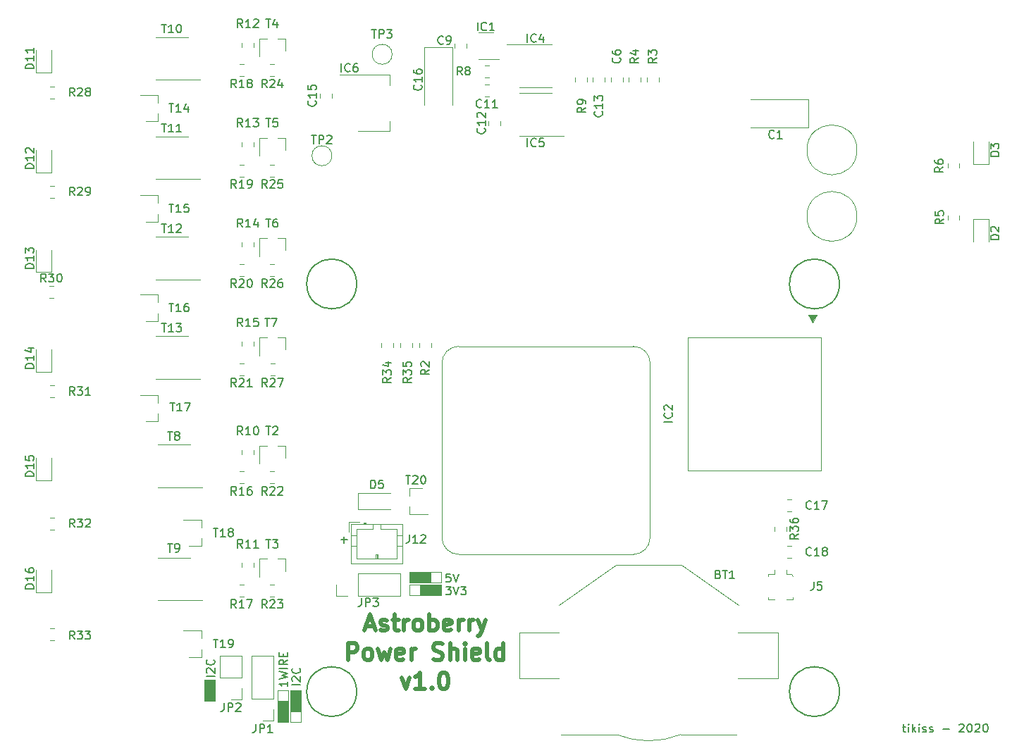
<source format=gto>
%TF.GenerationSoftware,KiCad,Pcbnew,(5.1.6-0-10_14)*%
%TF.CreationDate,2020-09-02T22:05:45+02:00*%
%TF.ProjectId,Astroberry_power_shield,41737472-6f62-4657-9272-795f706f7765,rev?*%
%TF.SameCoordinates,PX2faf080PY8f0d180*%
%TF.FileFunction,Legend,Top*%
%TF.FilePolarity,Positive*%
%FSLAX46Y46*%
G04 Gerber Fmt 4.6, Leading zero omitted, Abs format (unit mm)*
G04 Created by KiCad (PCBNEW (5.1.6-0-10_14)) date 2020-09-02 22:05:45*
%MOMM*%
%LPD*%
G01*
G04 APERTURE LIST*
%ADD10C,0.150000*%
%ADD11C,0.120000*%
%ADD12C,0.100000*%
%ADD13C,0.500000*%
%ADD14C,0.200000*%
G04 APERTURE END LIST*
D10*
X39408047Y28135572D02*
X40169952Y28135572D01*
X39789000Y27754620D02*
X39789000Y28516524D01*
X52012904Y22531620D02*
X52631952Y22531620D01*
X52298619Y22150667D01*
X52441476Y22150667D01*
X52536714Y22103048D01*
X52584333Y22055429D01*
X52631952Y21960191D01*
X52631952Y21722096D01*
X52584333Y21626858D01*
X52536714Y21579239D01*
X52441476Y21531620D01*
X52155761Y21531620D01*
X52060523Y21579239D01*
X52012904Y21626858D01*
X52917666Y22531620D02*
X53251000Y21531620D01*
X53584333Y22531620D01*
X53822428Y22531620D02*
X54441476Y22531620D01*
X54108142Y22150667D01*
X54251000Y22150667D01*
X54346238Y22103048D01*
X54393857Y22055429D01*
X54441476Y21960191D01*
X54441476Y21722096D01*
X54393857Y21626858D01*
X54346238Y21579239D01*
X54251000Y21531620D01*
X53965285Y21531620D01*
X53870047Y21579239D01*
X53822428Y21626858D01*
D11*
X51473000Y22746000D02*
X47663000Y22746000D01*
X47663000Y22746000D02*
X47663000Y21476000D01*
X47663000Y21476000D02*
X51473000Y21476000D01*
X51473000Y21476000D02*
X51473000Y22746000D01*
X48933000Y22746000D02*
X48933000Y21476000D01*
D12*
G36*
X51473000Y21476000D02*
G01*
X48933000Y21476000D01*
X48933000Y22746000D01*
X51473000Y22746000D01*
X51473000Y21476000D01*
G37*
X51473000Y21476000D02*
X48933000Y21476000D01*
X48933000Y22746000D01*
X51473000Y22746000D01*
X51473000Y21476000D01*
D11*
X50203000Y23000000D02*
X50203000Y24270000D01*
D12*
G36*
X50203000Y23000000D02*
G01*
X47663000Y23000000D01*
X47663000Y24270000D01*
X50203000Y24270000D01*
X50203000Y23000000D01*
G37*
X50203000Y23000000D02*
X47663000Y23000000D01*
X47663000Y24270000D01*
X50203000Y24270000D01*
X50203000Y23000000D01*
D11*
X47663000Y23000000D02*
X51473000Y23000000D01*
X47663000Y24270000D02*
X47663000Y23000000D01*
X51473000Y24270000D02*
X47663000Y24270000D01*
X51473000Y23000000D02*
X51473000Y24270000D01*
D10*
X52552523Y24055620D02*
X52076333Y24055620D01*
X52028714Y23579429D01*
X52076333Y23627048D01*
X52171571Y23674667D01*
X52409666Y23674667D01*
X52504904Y23627048D01*
X52552523Y23579429D01*
X52600142Y23484191D01*
X52600142Y23246096D01*
X52552523Y23150858D01*
X52504904Y23103239D01*
X52409666Y23055620D01*
X52171571Y23055620D01*
X52076333Y23103239D01*
X52028714Y23150858D01*
X52885857Y24055620D02*
X53219190Y23055620D01*
X53552523Y24055620D01*
X34526380Y10720810D02*
X33526380Y10720810D01*
X33621619Y11149381D02*
X33574000Y11197000D01*
X33526380Y11292239D01*
X33526380Y11530334D01*
X33574000Y11625572D01*
X33621619Y11673191D01*
X33716857Y11720810D01*
X33812095Y11720810D01*
X33954952Y11673191D01*
X34526380Y11101762D01*
X34526380Y11720810D01*
X34431142Y12720810D02*
X34478761Y12673191D01*
X34526380Y12530334D01*
X34526380Y12435096D01*
X34478761Y12292239D01*
X34383523Y12197000D01*
X34288285Y12149381D01*
X34097809Y12101762D01*
X33954952Y12101762D01*
X33764476Y12149381D01*
X33669238Y12197000D01*
X33574000Y12292239D01*
X33526380Y12435096D01*
X33526380Y12530334D01*
X33574000Y12673191D01*
X33621619Y12720810D01*
X106885333Y5688286D02*
X107266285Y5688286D01*
X107028190Y6021620D02*
X107028190Y5164477D01*
X107075809Y5069239D01*
X107171047Y5021620D01*
X107266285Y5021620D01*
X107599619Y5021620D02*
X107599619Y5688286D01*
X107599619Y6021620D02*
X107552000Y5974000D01*
X107599619Y5926381D01*
X107647238Y5974000D01*
X107599619Y6021620D01*
X107599619Y5926381D01*
X108075809Y5021620D02*
X108075809Y6021620D01*
X108171047Y5402572D02*
X108456761Y5021620D01*
X108456761Y5688286D02*
X108075809Y5307334D01*
X108885333Y5021620D02*
X108885333Y5688286D01*
X108885333Y6021620D02*
X108837714Y5974000D01*
X108885333Y5926381D01*
X108932952Y5974000D01*
X108885333Y6021620D01*
X108885333Y5926381D01*
X109313904Y5069239D02*
X109409142Y5021620D01*
X109599619Y5021620D01*
X109694857Y5069239D01*
X109742476Y5164477D01*
X109742476Y5212096D01*
X109694857Y5307334D01*
X109599619Y5354953D01*
X109456761Y5354953D01*
X109361523Y5402572D01*
X109313904Y5497810D01*
X109313904Y5545429D01*
X109361523Y5640667D01*
X109456761Y5688286D01*
X109599619Y5688286D01*
X109694857Y5640667D01*
X110123428Y5069239D02*
X110218666Y5021620D01*
X110409142Y5021620D01*
X110504380Y5069239D01*
X110552000Y5164477D01*
X110552000Y5212096D01*
X110504380Y5307334D01*
X110409142Y5354953D01*
X110266285Y5354953D01*
X110171047Y5402572D01*
X110123428Y5497810D01*
X110123428Y5545429D01*
X110171047Y5640667D01*
X110266285Y5688286D01*
X110409142Y5688286D01*
X110504380Y5640667D01*
X111742476Y5402572D02*
X112504380Y5402572D01*
X113694857Y5926381D02*
X113742476Y5974000D01*
X113837714Y6021620D01*
X114075809Y6021620D01*
X114171047Y5974000D01*
X114218666Y5926381D01*
X114266285Y5831143D01*
X114266285Y5735905D01*
X114218666Y5593048D01*
X113647238Y5021620D01*
X114266285Y5021620D01*
X114885333Y6021620D02*
X114980571Y6021620D01*
X115075809Y5974000D01*
X115123428Y5926381D01*
X115171047Y5831143D01*
X115218666Y5640667D01*
X115218666Y5402572D01*
X115171047Y5212096D01*
X115123428Y5116858D01*
X115075809Y5069239D01*
X114980571Y5021620D01*
X114885333Y5021620D01*
X114790095Y5069239D01*
X114742476Y5116858D01*
X114694857Y5212096D01*
X114647238Y5402572D01*
X114647238Y5640667D01*
X114694857Y5831143D01*
X114742476Y5926381D01*
X114790095Y5974000D01*
X114885333Y6021620D01*
X115599619Y5926381D02*
X115647238Y5974000D01*
X115742476Y6021620D01*
X115980571Y6021620D01*
X116075809Y5974000D01*
X116123428Y5926381D01*
X116171047Y5831143D01*
X116171047Y5735905D01*
X116123428Y5593048D01*
X115552000Y5021620D01*
X116171047Y5021620D01*
X116790095Y6021620D02*
X116885333Y6021620D01*
X116980571Y5974000D01*
X117028190Y5926381D01*
X117075809Y5831143D01*
X117123428Y5640667D01*
X117123428Y5402572D01*
X117075809Y5212096D01*
X117028190Y5116858D01*
X116980571Y5069239D01*
X116885333Y5021620D01*
X116790095Y5021620D01*
X116694857Y5069239D01*
X116647238Y5116858D01*
X116599619Y5212096D01*
X116552000Y5402572D01*
X116552000Y5640667D01*
X116599619Y5831143D01*
X116647238Y5926381D01*
X116694857Y5974000D01*
X116790095Y6021620D01*
D13*
X42425142Y17784667D02*
X43377523Y17784667D01*
X42234666Y17213239D02*
X42901333Y19213239D01*
X43568000Y17213239D01*
X44139428Y17308477D02*
X44329904Y17213239D01*
X44710857Y17213239D01*
X44901333Y17308477D01*
X44996571Y17498953D01*
X44996571Y17594191D01*
X44901333Y17784667D01*
X44710857Y17879905D01*
X44425142Y17879905D01*
X44234666Y17975143D01*
X44139428Y18165620D01*
X44139428Y18260858D01*
X44234666Y18451334D01*
X44425142Y18546572D01*
X44710857Y18546572D01*
X44901333Y18451334D01*
X45568000Y18546572D02*
X46329904Y18546572D01*
X45853714Y19213239D02*
X45853714Y17498953D01*
X45948952Y17308477D01*
X46139428Y17213239D01*
X46329904Y17213239D01*
X46996571Y17213239D02*
X46996571Y18546572D01*
X46996571Y18165620D02*
X47091809Y18356096D01*
X47187047Y18451334D01*
X47377523Y18546572D01*
X47568000Y18546572D01*
X48520380Y17213239D02*
X48329904Y17308477D01*
X48234666Y17403715D01*
X48139428Y17594191D01*
X48139428Y18165620D01*
X48234666Y18356096D01*
X48329904Y18451334D01*
X48520380Y18546572D01*
X48806095Y18546572D01*
X48996571Y18451334D01*
X49091809Y18356096D01*
X49187047Y18165620D01*
X49187047Y17594191D01*
X49091809Y17403715D01*
X48996571Y17308477D01*
X48806095Y17213239D01*
X48520380Y17213239D01*
X50044190Y17213239D02*
X50044190Y19213239D01*
X50044190Y18451334D02*
X50234666Y18546572D01*
X50615619Y18546572D01*
X50806095Y18451334D01*
X50901333Y18356096D01*
X50996571Y18165620D01*
X50996571Y17594191D01*
X50901333Y17403715D01*
X50806095Y17308477D01*
X50615619Y17213239D01*
X50234666Y17213239D01*
X50044190Y17308477D01*
X52615619Y17308477D02*
X52425142Y17213239D01*
X52044190Y17213239D01*
X51853714Y17308477D01*
X51758476Y17498953D01*
X51758476Y18260858D01*
X51853714Y18451334D01*
X52044190Y18546572D01*
X52425142Y18546572D01*
X52615619Y18451334D01*
X52710857Y18260858D01*
X52710857Y18070381D01*
X51758476Y17879905D01*
X53568000Y17213239D02*
X53568000Y18546572D01*
X53568000Y18165620D02*
X53663238Y18356096D01*
X53758476Y18451334D01*
X53948952Y18546572D01*
X54139428Y18546572D01*
X54806095Y17213239D02*
X54806095Y18546572D01*
X54806095Y18165620D02*
X54901333Y18356096D01*
X54996571Y18451334D01*
X55187047Y18546572D01*
X55377523Y18546572D01*
X55853714Y18546572D02*
X56329904Y17213239D01*
X56806095Y18546572D02*
X56329904Y17213239D01*
X56139428Y16737048D01*
X56044190Y16641810D01*
X55853714Y16546572D01*
X40234666Y13713239D02*
X40234666Y15713239D01*
X40996571Y15713239D01*
X41187047Y15618000D01*
X41282285Y15522762D01*
X41377523Y15332286D01*
X41377523Y15046572D01*
X41282285Y14856096D01*
X41187047Y14760858D01*
X40996571Y14665620D01*
X40234666Y14665620D01*
X42520380Y13713239D02*
X42329904Y13808477D01*
X42234666Y13903715D01*
X42139428Y14094191D01*
X42139428Y14665620D01*
X42234666Y14856096D01*
X42329904Y14951334D01*
X42520380Y15046572D01*
X42806095Y15046572D01*
X42996571Y14951334D01*
X43091809Y14856096D01*
X43187047Y14665620D01*
X43187047Y14094191D01*
X43091809Y13903715D01*
X42996571Y13808477D01*
X42806095Y13713239D01*
X42520380Y13713239D01*
X43853714Y15046572D02*
X44234666Y13713239D01*
X44615619Y14665620D01*
X44996571Y13713239D01*
X45377523Y15046572D01*
X46901333Y13808477D02*
X46710857Y13713239D01*
X46329904Y13713239D01*
X46139428Y13808477D01*
X46044190Y13998953D01*
X46044190Y14760858D01*
X46139428Y14951334D01*
X46329904Y15046572D01*
X46710857Y15046572D01*
X46901333Y14951334D01*
X46996571Y14760858D01*
X46996571Y14570381D01*
X46044190Y14379905D01*
X47853714Y13713239D02*
X47853714Y15046572D01*
X47853714Y14665620D02*
X47948952Y14856096D01*
X48044190Y14951334D01*
X48234666Y15046572D01*
X48425142Y15046572D01*
X50520380Y13808477D02*
X50806095Y13713239D01*
X51282285Y13713239D01*
X51472761Y13808477D01*
X51568000Y13903715D01*
X51663238Y14094191D01*
X51663238Y14284667D01*
X51568000Y14475143D01*
X51472761Y14570381D01*
X51282285Y14665620D01*
X50901333Y14760858D01*
X50710857Y14856096D01*
X50615619Y14951334D01*
X50520380Y15141810D01*
X50520380Y15332286D01*
X50615619Y15522762D01*
X50710857Y15618000D01*
X50901333Y15713239D01*
X51377523Y15713239D01*
X51663238Y15618000D01*
X52520380Y13713239D02*
X52520380Y15713239D01*
X53377523Y13713239D02*
X53377523Y14760858D01*
X53282285Y14951334D01*
X53091809Y15046572D01*
X52806095Y15046572D01*
X52615619Y14951334D01*
X52520380Y14856096D01*
X54329904Y13713239D02*
X54329904Y15046572D01*
X54329904Y15713239D02*
X54234666Y15618000D01*
X54329904Y15522762D01*
X54425142Y15618000D01*
X54329904Y15713239D01*
X54329904Y15522762D01*
X56044190Y13808477D02*
X55853714Y13713239D01*
X55472761Y13713239D01*
X55282285Y13808477D01*
X55187047Y13998953D01*
X55187047Y14760858D01*
X55282285Y14951334D01*
X55472761Y15046572D01*
X55853714Y15046572D01*
X56044190Y14951334D01*
X56139428Y14760858D01*
X56139428Y14570381D01*
X55187047Y14379905D01*
X57282285Y13713239D02*
X57091809Y13808477D01*
X56996571Y13998953D01*
X56996571Y15713239D01*
X58901333Y13713239D02*
X58901333Y15713239D01*
X58901333Y13808477D02*
X58710857Y13713239D01*
X58329904Y13713239D01*
X58139428Y13808477D01*
X58044190Y13903715D01*
X57948952Y14094191D01*
X57948952Y14665620D01*
X58044190Y14856096D01*
X58139428Y14951334D01*
X58329904Y15046572D01*
X58710857Y15046572D01*
X58901333Y14951334D01*
X46710857Y11546572D02*
X47187047Y10213239D01*
X47663238Y11546572D01*
X49472761Y10213239D02*
X48329904Y10213239D01*
X48901333Y10213239D02*
X48901333Y12213239D01*
X48710857Y11927524D01*
X48520380Y11737048D01*
X48329904Y11641810D01*
X50329904Y10403715D02*
X50425142Y10308477D01*
X50329904Y10213239D01*
X50234666Y10308477D01*
X50329904Y10403715D01*
X50329904Y10213239D01*
X51663238Y12213239D02*
X51853714Y12213239D01*
X52044190Y12118000D01*
X52139428Y12022762D01*
X52234666Y11832286D01*
X52329904Y11451334D01*
X52329904Y10975143D01*
X52234666Y10594191D01*
X52139428Y10403715D01*
X52044190Y10308477D01*
X51853714Y10213239D01*
X51663238Y10213239D01*
X51472761Y10308477D01*
X51377523Y10403715D01*
X51282285Y10594191D01*
X51187047Y10975143D01*
X51187047Y11451334D01*
X51282285Y11832286D01*
X51377523Y12022762D01*
X51472761Y12118000D01*
X51663238Y12213239D01*
D12*
G36*
X24295000Y8776000D02*
G01*
X23025000Y8776000D01*
X23025000Y11316000D01*
X24295000Y11316000D01*
X24295000Y8776000D01*
G37*
X24295000Y8776000D02*
X23025000Y8776000D01*
X23025000Y11316000D01*
X24295000Y11316000D01*
X24295000Y8776000D01*
D11*
X23025000Y8776000D02*
X24295000Y8776000D01*
X24295000Y8776000D02*
X24295000Y11316000D01*
X24295000Y11316000D02*
X23025000Y11316000D01*
X23025000Y11316000D02*
X23025000Y8776000D01*
X24295000Y11316000D02*
X23025000Y11316000D01*
D10*
X33002380Y11109810D02*
X33002380Y10538381D01*
X33002380Y10824096D02*
X32002380Y10824096D01*
X32145238Y10728858D01*
X32240476Y10633620D01*
X32288095Y10538381D01*
X32002380Y11443143D02*
X33002380Y11681239D01*
X32288095Y11871715D01*
X33002380Y12062191D01*
X32002380Y12300286D01*
X33002380Y12681239D02*
X32002380Y12681239D01*
X33002380Y13728858D02*
X32526190Y13395524D01*
X33002380Y13157429D02*
X32002380Y13157429D01*
X32002380Y13538381D01*
X32050000Y13633620D01*
X32097619Y13681239D01*
X32192857Y13728858D01*
X32335714Y13728858D01*
X32430952Y13681239D01*
X32478571Y13633620D01*
X32526190Y13538381D01*
X32526190Y13157429D01*
X32478571Y14157429D02*
X32478571Y14490762D01*
X33002380Y14633620D02*
X33002380Y14157429D01*
X32002380Y14157429D01*
X32002380Y14633620D01*
X24239380Y11736810D02*
X23239380Y11736810D01*
X23334619Y12165381D02*
X23287000Y12213000D01*
X23239380Y12308239D01*
X23239380Y12546334D01*
X23287000Y12641572D01*
X23334619Y12689191D01*
X23429857Y12736810D01*
X23525095Y12736810D01*
X23667952Y12689191D01*
X24239380Y12117762D01*
X24239380Y12736810D01*
X24144142Y13736810D02*
X24191761Y13689191D01*
X24239380Y13546334D01*
X24239380Y13451096D01*
X24191761Y13308239D01*
X24096523Y13213000D01*
X24001285Y13165381D01*
X23810809Y13117762D01*
X23667952Y13117762D01*
X23477476Y13165381D01*
X23382238Y13213000D01*
X23287000Y13308239D01*
X23239380Y13451096D01*
X23239380Y13546334D01*
X23287000Y13689191D01*
X23334619Y13736810D01*
D11*
X33058000Y10046000D02*
X31788000Y10046000D01*
X31788000Y10046000D02*
X31788000Y6236000D01*
X31788000Y6236000D02*
X33058000Y6236000D01*
X33058000Y6236000D02*
X33058000Y10046000D01*
D12*
G36*
X33058000Y6236000D02*
G01*
X31788000Y6236000D01*
X31788000Y8776000D01*
X33058000Y8776000D01*
X33058000Y6236000D01*
G37*
X33058000Y6236000D02*
X31788000Y6236000D01*
X31788000Y8776000D01*
X33058000Y8776000D01*
X33058000Y6236000D01*
D11*
X33058000Y8776000D02*
X31788000Y8776000D01*
D12*
G36*
X34582000Y7506000D02*
G01*
X33312000Y7506000D01*
X33312000Y10046000D01*
X34582000Y10046000D01*
X34582000Y7506000D01*
G37*
X34582000Y7506000D02*
X33312000Y7506000D01*
X33312000Y10046000D01*
X34582000Y10046000D01*
X34582000Y7506000D01*
D11*
X33312000Y7506000D02*
X34582000Y7506000D01*
X34582000Y10046000D02*
X33312000Y10046000D01*
X34582000Y6236000D02*
X34582000Y10046000D01*
X33312000Y6236000D02*
X34582000Y6236000D01*
X33312000Y10046000D02*
X33312000Y6236000D01*
X53550000Y26400000D02*
G75*
G02*
X51550000Y28400000I0J2000000D01*
G01*
X76550000Y28400000D02*
G75*
G02*
X74550000Y26400000I-2000000J0D01*
G01*
X74550000Y51400000D02*
G75*
G02*
X76550000Y49400000I0J-2000000D01*
G01*
X51550625Y49350016D02*
G75*
G02*
X53550000Y51400000I1999375J49984D01*
G01*
X74550000Y51400000D02*
X53550000Y51400000D01*
X76550000Y28400000D02*
X76550000Y49400000D01*
X53550000Y26400000D02*
X74550000Y26400000D01*
X51550000Y38900000D02*
X51550000Y28400000D01*
X51550000Y38900000D02*
X51550000Y49350000D01*
D14*
%TO.C,J4*%
X99300000Y58899999D02*
G75*
G03*
X99300000Y58899999I-3000000J0D01*
G01*
X99300000Y9899999D02*
G75*
G03*
X99300000Y9899999I-3000000J0D01*
G01*
X41300000Y9899999D02*
G75*
G03*
X41300000Y9899999I-3000000J0D01*
G01*
X41300000Y58900000D02*
G75*
G03*
X41300000Y58900000I-3000000J0D01*
G01*
D11*
%TO.C,J1*%
X101397000Y67016000D02*
G75*
G03*
X101397000Y67016000I-3000000J0D01*
G01*
X101397000Y75016000D02*
G75*
G03*
X101397000Y75016000I-3000000J0D01*
G01*
%TO.C,R36*%
X92950000Y29735578D02*
X92950000Y29218422D01*
X91530000Y29735578D02*
X91530000Y29218422D01*
%TO.C,IC2*%
X97080000Y36466000D02*
X97080000Y52466000D01*
X97080000Y52466000D02*
X81080000Y52466000D01*
X81080000Y52466000D02*
X81080000Y36466000D01*
X97080000Y36466000D02*
X81080000Y36466000D01*
D12*
G36*
X96580000Y55216000D02*
G01*
X96080000Y54216000D01*
X95580000Y55216000D01*
X96580000Y55216000D01*
G37*
X96580000Y55216000D02*
X96080000Y54216000D01*
X95580000Y55216000D01*
X96580000Y55216000D01*
D11*
%TO.C,C18*%
X93514578Y25973000D02*
X92997422Y25973000D01*
X93514578Y27393000D02*
X92997422Y27393000D01*
%TO.C,C17*%
X93514578Y31561000D02*
X92997422Y31561000D01*
X93514578Y32981000D02*
X92997422Y32981000D01*
%TO.C,R35*%
X47992000Y51316422D02*
X47992000Y51833578D01*
X46572000Y51316422D02*
X46572000Y51833578D01*
%TO.C,R34*%
X45706000Y51316422D02*
X45706000Y51833578D01*
X44286000Y51316422D02*
X44286000Y51833578D01*
%TO.C,R2*%
X50278000Y51316422D02*
X50278000Y51833578D01*
X48858000Y51316422D02*
X48858000Y51833578D01*
%TO.C,JP3*%
X46580000Y21416000D02*
X46580000Y24076000D01*
X41440000Y21416000D02*
X46580000Y21416000D01*
X41440000Y24076000D02*
X46580000Y24076000D01*
X41440000Y21416000D02*
X41440000Y24076000D01*
X40170000Y21416000D02*
X38840000Y21416000D01*
X38840000Y21416000D02*
X38840000Y22746000D01*
%TO.C,D5*%
X41476000Y33779000D02*
X45376000Y33779000D01*
X41476000Y31779000D02*
X45376000Y31779000D01*
X41476000Y33779000D02*
X41476000Y31779000D01*
%TO.C,T20*%
X47665000Y34359000D02*
X49125000Y34359000D01*
X47665000Y31199000D02*
X49825000Y31199000D01*
X47665000Y31199000D02*
X47665000Y32129000D01*
X47665000Y34359000D02*
X47665000Y33429000D01*
%TO.C,J12*%
X40350000Y30317000D02*
X40350000Y29067000D01*
X41600000Y30317000D02*
X40350000Y30317000D01*
X43710000Y25907000D02*
X43710000Y26407000D01*
X43810000Y26407000D02*
X43810000Y25907000D01*
X43610000Y26407000D02*
X43810000Y26407000D01*
X43610000Y25907000D02*
X43610000Y26407000D01*
X46770000Y27407000D02*
X46160000Y27407000D01*
X46770000Y28707000D02*
X46160000Y28707000D01*
X40650000Y27407000D02*
X41260000Y27407000D01*
X40650000Y28707000D02*
X41260000Y28707000D01*
X44210000Y29407000D02*
X44210000Y30017000D01*
X46160000Y29407000D02*
X44210000Y29407000D01*
X46160000Y25907000D02*
X46160000Y29407000D01*
X41260000Y25907000D02*
X46160000Y25907000D01*
X41260000Y29407000D02*
X41260000Y25907000D01*
X43210000Y29407000D02*
X41260000Y29407000D01*
X43210000Y30017000D02*
X43210000Y29407000D01*
X42410000Y30117000D02*
X42110000Y30117000D01*
X42110000Y30217000D02*
X42110000Y30017000D01*
X42410000Y30217000D02*
X42110000Y30217000D01*
X42410000Y30017000D02*
X42410000Y30217000D01*
X46770000Y30017000D02*
X40650000Y30017000D01*
X46770000Y25297000D02*
X46770000Y30017000D01*
X40650000Y25297000D02*
X46770000Y25297000D01*
X40650000Y30017000D02*
X40650000Y25297000D01*
%TO.C,JP2*%
X27530000Y8970000D02*
X26200000Y8970000D01*
X27530000Y10300000D02*
X27530000Y8970000D01*
X27530000Y11570000D02*
X24870000Y11570000D01*
X24870000Y11570000D02*
X24870000Y14170000D01*
X27530000Y11570000D02*
X27530000Y14170000D01*
X27530000Y14170000D02*
X24870000Y14170000D01*
%TO.C,JP1*%
X31340000Y6430000D02*
X30010000Y6430000D01*
X31340000Y7760000D02*
X31340000Y6430000D01*
X31340000Y9030000D02*
X28680000Y9030000D01*
X28680000Y9030000D02*
X28680000Y14170000D01*
X31340000Y9030000D02*
X31340000Y14170000D01*
X31340000Y14170000D02*
X28680000Y14170000D01*
%TO.C,C16*%
X52802000Y80452000D02*
X52802000Y87387000D01*
X52802000Y87387000D02*
X49382000Y87387000D01*
X49382000Y87387000D02*
X49382000Y80452000D01*
%TO.C,IC6*%
X39245000Y84068000D02*
X45255000Y84068000D01*
X41495000Y77248000D02*
X45255000Y77248000D01*
X45255000Y84068000D02*
X45255000Y82808000D01*
X45255000Y77248000D02*
X45255000Y78508000D01*
%TO.C,T19*%
X22642000Y14054000D02*
X22642000Y14984000D01*
X22642000Y17214000D02*
X22642000Y16284000D01*
X22642000Y17214000D02*
X20482000Y17214000D01*
X22642000Y14054000D02*
X21182000Y14054000D01*
%TO.C,T18*%
X22642000Y27389000D02*
X22642000Y28319000D01*
X22642000Y30549000D02*
X22642000Y29619000D01*
X22642000Y30549000D02*
X20482000Y30549000D01*
X22642000Y27389000D02*
X21182000Y27389000D01*
%TO.C,T17*%
X17435000Y42375000D02*
X17435000Y43305000D01*
X17435000Y45535000D02*
X17435000Y44605000D01*
X17435000Y45535000D02*
X15275000Y45535000D01*
X17435000Y42375000D02*
X15975000Y42375000D01*
%TO.C,T16*%
X17435000Y54440000D02*
X17435000Y55370000D01*
X17435000Y57600000D02*
X17435000Y56670000D01*
X17435000Y57600000D02*
X15275000Y57600000D01*
X17435000Y54440000D02*
X15975000Y54440000D01*
%TO.C,T15*%
X17435000Y66378000D02*
X17435000Y67308000D01*
X17435000Y69538000D02*
X17435000Y68608000D01*
X17435000Y69538000D02*
X15275000Y69538000D01*
X17435000Y66378000D02*
X15975000Y66378000D01*
%TO.C,T14*%
X17435000Y78443000D02*
X17435000Y79373000D01*
X17435000Y81603000D02*
X17435000Y80673000D01*
X17435000Y81603000D02*
X15275000Y81603000D01*
X17435000Y78443000D02*
X15975000Y78443000D01*
%TO.C,R33*%
X4478422Y17487000D02*
X4995578Y17487000D01*
X4478422Y16067000D02*
X4995578Y16067000D01*
%TO.C,R32*%
X4478422Y30822000D02*
X4995578Y30822000D01*
X4478422Y29402000D02*
X4995578Y29402000D01*
%TO.C,R31*%
X4478422Y46697000D02*
X4995578Y46697000D01*
X4478422Y45277000D02*
X4995578Y45277000D01*
%TO.C,R30*%
X4351422Y58635000D02*
X4868578Y58635000D01*
X4351422Y57215000D02*
X4868578Y57215000D01*
%TO.C,R29*%
X4478422Y70700000D02*
X4995578Y70700000D01*
X4478422Y69280000D02*
X4995578Y69280000D01*
%TO.C,R28*%
X4429922Y82638000D02*
X4947078Y82638000D01*
X4429922Y81218000D02*
X4947078Y81218000D01*
%TO.C,D16*%
X2740000Y24500000D02*
X2740000Y21815000D01*
X2740000Y21815000D02*
X4660000Y21815000D01*
X4660000Y21815000D02*
X4660000Y24500000D01*
%TO.C,D15*%
X2740000Y38000000D02*
X2740000Y35315000D01*
X2740000Y35315000D02*
X4660000Y35315000D01*
X4660000Y35315000D02*
X4660000Y38000000D01*
%TO.C,D14*%
X2740000Y51000000D02*
X2740000Y48315000D01*
X2740000Y48315000D02*
X4660000Y48315000D01*
X4660000Y48315000D02*
X4660000Y51000000D01*
%TO.C,D13*%
X2740000Y63000000D02*
X2740000Y60315000D01*
X2740000Y60315000D02*
X4660000Y60315000D01*
X4660000Y60315000D02*
X4660000Y63000000D01*
%TO.C,D12*%
X2740000Y75000000D02*
X2740000Y72315000D01*
X2740000Y72315000D02*
X4660000Y72315000D01*
X4660000Y72315000D02*
X4660000Y75000000D01*
%TO.C,D11*%
X2740000Y87000000D02*
X2740000Y84315000D01*
X2740000Y84315000D02*
X4660000Y84315000D01*
X4660000Y84315000D02*
X4660000Y87000000D01*
%TO.C,TP2*%
X38322000Y74308000D02*
G75*
G03*
X38322000Y74308000I-1200000J0D01*
G01*
%TO.C,BT1*%
X60815000Y11487000D02*
X65615000Y11487000D01*
X60815000Y16987000D02*
X60815000Y11487000D01*
X65615000Y16987000D02*
X60815000Y16987000D01*
X91915000Y16987000D02*
X87115000Y16987000D01*
X91915000Y11487000D02*
X91915000Y16987000D01*
X87115000Y11487000D02*
X91915000Y11487000D01*
X65815000Y4737000D02*
X72515000Y4737000D01*
X86915000Y4737000D02*
X80215000Y4737000D01*
X72415000Y25087000D02*
X65615000Y20287000D01*
X80315000Y25087000D02*
X72415000Y25087000D01*
X87165000Y20287000D02*
X80315000Y25087000D01*
X80211385Y4735536D02*
G75*
G02*
X72515000Y4737000I-3846385J9501464D01*
G01*
%TO.C,IC5*%
X62776000Y81821000D02*
X60826000Y81821000D01*
X62776000Y81821000D02*
X64726000Y81821000D01*
X62776000Y76701000D02*
X60826000Y76701000D01*
X62776000Y76701000D02*
X66226000Y76701000D01*
%TO.C,R27*%
X30942922Y49364000D02*
X31460078Y49364000D01*
X30942922Y47944000D02*
X31460078Y47944000D01*
%TO.C,R26*%
X30894422Y61302000D02*
X31411578Y61302000D01*
X30894422Y59882000D02*
X31411578Y59882000D01*
%TO.C,R25*%
X30894422Y73240000D02*
X31411578Y73240000D01*
X30894422Y71820000D02*
X31411578Y71820000D01*
%TO.C,R24*%
X30894422Y85305000D02*
X31411578Y85305000D01*
X30894422Y83885000D02*
X31411578Y83885000D01*
%TO.C,R21*%
X27728578Y47944000D02*
X27211422Y47944000D01*
X27728578Y49364000D02*
X27211422Y49364000D01*
%TO.C,R20*%
X27728578Y59882000D02*
X27211422Y59882000D01*
X27728578Y61302000D02*
X27211422Y61302000D01*
%TO.C,R19*%
X27728578Y71820000D02*
X27211422Y71820000D01*
X27728578Y73240000D02*
X27211422Y73240000D01*
%TO.C,R18*%
X27728578Y83885000D02*
X27211422Y83885000D01*
X27728578Y85305000D02*
X27211422Y85305000D01*
%TO.C,R17*%
X27728578Y21336000D02*
X27211422Y21336000D01*
X27728578Y22756000D02*
X27211422Y22756000D01*
%TO.C,R16*%
X27728578Y34925000D02*
X27211422Y34925000D01*
X27728578Y36345000D02*
X27211422Y36345000D01*
%TO.C,R23*%
X30894422Y22756000D02*
X31411578Y22756000D01*
X30894422Y21336000D02*
X31411578Y21336000D01*
%TO.C,R22*%
X30894422Y36345000D02*
X31411578Y36345000D01*
X30894422Y34925000D02*
X31411578Y34925000D01*
%TO.C,C12*%
X58533000Y78503578D02*
X58533000Y77986422D01*
X57113000Y78503578D02*
X57113000Y77986422D01*
%TO.C,R6*%
X112290000Y73358578D02*
X112290000Y72841422D01*
X113710000Y73358578D02*
X113710000Y72841422D01*
%TO.C,D3*%
X117260000Y73315000D02*
X117260000Y76000000D01*
X115340000Y73315000D02*
X117260000Y73315000D01*
X115340000Y76000000D02*
X115340000Y73315000D01*
%TO.C,J5*%
X93740000Y20992000D02*
X92940000Y20992000D01*
X93740000Y21192000D02*
X93740000Y20992000D01*
X90740000Y20992000D02*
X90740000Y21192000D01*
X91540000Y20992000D02*
X90740000Y20992000D01*
X90740000Y23992000D02*
X91540000Y23992000D01*
X90740000Y23792000D02*
X90740000Y23992000D01*
X93540000Y23992000D02*
X93740000Y23792000D01*
X92940000Y23992000D02*
X93540000Y23992000D01*
X92940000Y23992000D02*
X92940000Y24492000D01*
X91540000Y23992000D02*
X91540000Y24492000D01*
%TO.C,D2*%
X115340000Y66685000D02*
X115340000Y64000000D01*
X117260000Y66685000D02*
X115340000Y66685000D01*
X117260000Y64000000D02*
X117260000Y66685000D01*
%TO.C,R5*%
X113710000Y66641422D02*
X113710000Y67158578D01*
X112290000Y66641422D02*
X112290000Y67158578D01*
%TO.C,TP3*%
X45561000Y86500000D02*
G75*
G03*
X45561000Y86500000I-1200000J0D01*
G01*
%TO.C,T13*%
X19088000Y52611000D02*
X17138000Y52611000D01*
X19088000Y52611000D02*
X21038000Y52611000D01*
X19088000Y47491000D02*
X17138000Y47491000D01*
X19088000Y47491000D02*
X22538000Y47491000D01*
%TO.C,T12*%
X19088000Y64549000D02*
X17138000Y64549000D01*
X19088000Y64549000D02*
X21038000Y64549000D01*
X19088000Y59429000D02*
X17138000Y59429000D01*
X19088000Y59429000D02*
X22538000Y59429000D01*
%TO.C,T11*%
X19088000Y76614000D02*
X17138000Y76614000D01*
X19088000Y76614000D02*
X21038000Y76614000D01*
X19088000Y71494000D02*
X17138000Y71494000D01*
X19088000Y71494000D02*
X22538000Y71494000D01*
%TO.C,T10*%
X19088000Y88552000D02*
X17138000Y88552000D01*
X19088000Y88552000D02*
X21038000Y88552000D01*
X19088000Y83432000D02*
X17138000Y83432000D01*
X19088000Y83432000D02*
X22538000Y83432000D01*
%TO.C,T7*%
X32733000Y52462000D02*
X31803000Y52462000D01*
X29573000Y52462000D02*
X30503000Y52462000D01*
X29573000Y52462000D02*
X29573000Y50302000D01*
X32733000Y52462000D02*
X32733000Y51002000D01*
%TO.C,T6*%
X32733000Y64400000D02*
X31803000Y64400000D01*
X29573000Y64400000D02*
X30503000Y64400000D01*
X29573000Y64400000D02*
X29573000Y62240000D01*
X32733000Y64400000D02*
X32733000Y62940000D01*
%TO.C,T5*%
X32733000Y76465000D02*
X31803000Y76465000D01*
X29573000Y76465000D02*
X30503000Y76465000D01*
X29573000Y76465000D02*
X29573000Y74305000D01*
X32733000Y76465000D02*
X32733000Y75005000D01*
%TO.C,T4*%
X32733000Y88403000D02*
X31803000Y88403000D01*
X29573000Y88403000D02*
X30503000Y88403000D01*
X29573000Y88403000D02*
X29573000Y86243000D01*
X32733000Y88403000D02*
X32733000Y86943000D01*
%TO.C,T3*%
X32733000Y25854000D02*
X31803000Y25854000D01*
X29573000Y25854000D02*
X30503000Y25854000D01*
X29573000Y25854000D02*
X29573000Y23694000D01*
X32733000Y25854000D02*
X32733000Y24394000D01*
%TO.C,T2*%
X32733000Y39443000D02*
X31803000Y39443000D01*
X29573000Y39443000D02*
X30503000Y39443000D01*
X29573000Y39443000D02*
X29573000Y37283000D01*
X32733000Y39443000D02*
X32733000Y37983000D01*
%TO.C,T9*%
X19342000Y26003000D02*
X17392000Y26003000D01*
X19342000Y26003000D02*
X21292000Y26003000D01*
X19342000Y20883000D02*
X17392000Y20883000D01*
X19342000Y20883000D02*
X22792000Y20883000D01*
%TO.C,T8*%
X19342000Y39592000D02*
X17392000Y39592000D01*
X19342000Y39592000D02*
X21292000Y39592000D01*
X19342000Y34472000D02*
X17392000Y34472000D01*
X19342000Y34472000D02*
X22792000Y34472000D01*
%TO.C,R15*%
X28942000Y51960578D02*
X28942000Y51443422D01*
X27522000Y51960578D02*
X27522000Y51443422D01*
%TO.C,R14*%
X28942000Y63898578D02*
X28942000Y63381422D01*
X27522000Y63898578D02*
X27522000Y63381422D01*
%TO.C,R13*%
X28942000Y75963578D02*
X28942000Y75446422D01*
X27522000Y75963578D02*
X27522000Y75446422D01*
%TO.C,R12*%
X28942000Y87901578D02*
X28942000Y87384422D01*
X27522000Y87901578D02*
X27522000Y87384422D01*
%TO.C,R9*%
X67527000Y83193422D02*
X67527000Y83710578D01*
X68947000Y83193422D02*
X68947000Y83710578D01*
%TO.C,R8*%
X57192578Y83758000D02*
X56675422Y83758000D01*
X57192578Y85178000D02*
X56675422Y85178000D01*
%TO.C,R4*%
X74004000Y83193422D02*
X74004000Y83710578D01*
X75424000Y83193422D02*
X75424000Y83710578D01*
%TO.C,R3*%
X77583000Y83710578D02*
X77583000Y83193422D01*
X76163000Y83710578D02*
X76163000Y83193422D01*
%TO.C,R11*%
X28942000Y25352578D02*
X28942000Y24835422D01*
X27522000Y25352578D02*
X27522000Y24835422D01*
%TO.C,R10*%
X28942000Y38941578D02*
X28942000Y38424422D01*
X27522000Y38941578D02*
X27522000Y38424422D01*
%TO.C,IC4*%
X62776000Y82543000D02*
X64726000Y82543000D01*
X62776000Y82543000D02*
X60826000Y82543000D01*
X62776000Y87663000D02*
X64726000Y87663000D01*
X62776000Y87663000D02*
X59326000Y87663000D01*
%TO.C,IC1*%
X57707000Y89126000D02*
X55907000Y89126000D01*
X55907000Y85906000D02*
X58357000Y85906000D01*
%TO.C,C15*%
X36920000Y81288422D02*
X36920000Y81805578D01*
X38340000Y81288422D02*
X38340000Y81805578D01*
%TO.C,C13*%
X69686000Y83193422D02*
X69686000Y83710578D01*
X71106000Y83193422D02*
X71106000Y83710578D01*
%TO.C,C11*%
X56675422Y82892000D02*
X57192578Y82892000D01*
X56675422Y81472000D02*
X57192578Y81472000D01*
%TO.C,C9*%
X54469000Y87774578D02*
X54469000Y87257422D01*
X53049000Y87774578D02*
X53049000Y87257422D01*
%TO.C,C6*%
X71845000Y83193422D02*
X71845000Y83710578D01*
X73265000Y83193422D02*
X73265000Y83710578D01*
%TO.C,C1*%
X88605000Y77678000D02*
X95540000Y77678000D01*
X95540000Y77678000D02*
X95540000Y81098000D01*
X95540000Y81098000D02*
X88605000Y81098000D01*
%TO.C,R36*%
D10*
X94342380Y28834143D02*
X93866190Y28500810D01*
X94342380Y28262715D02*
X93342380Y28262715D01*
X93342380Y28643667D01*
X93390000Y28738905D01*
X93437619Y28786524D01*
X93532857Y28834143D01*
X93675714Y28834143D01*
X93770952Y28786524D01*
X93818571Y28738905D01*
X93866190Y28643667D01*
X93866190Y28262715D01*
X93342380Y29167477D02*
X93342380Y29786524D01*
X93723333Y29453191D01*
X93723333Y29596048D01*
X93770952Y29691286D01*
X93818571Y29738905D01*
X93913809Y29786524D01*
X94151904Y29786524D01*
X94247142Y29738905D01*
X94294761Y29691286D01*
X94342380Y29596048D01*
X94342380Y29310334D01*
X94294761Y29215096D01*
X94247142Y29167477D01*
X93342380Y30643667D02*
X93342380Y30453191D01*
X93390000Y30357953D01*
X93437619Y30310334D01*
X93580476Y30215096D01*
X93770952Y30167477D01*
X94151904Y30167477D01*
X94247142Y30215096D01*
X94294761Y30262715D01*
X94342380Y30357953D01*
X94342380Y30548429D01*
X94294761Y30643667D01*
X94247142Y30691286D01*
X94151904Y30738905D01*
X93913809Y30738905D01*
X93818571Y30691286D01*
X93770952Y30643667D01*
X93723333Y30548429D01*
X93723333Y30357953D01*
X93770952Y30262715D01*
X93818571Y30215096D01*
X93913809Y30167477D01*
%TO.C,IC2*%
X79230380Y42343810D02*
X78230380Y42343810D01*
X79135142Y43391429D02*
X79182761Y43343810D01*
X79230380Y43200953D01*
X79230380Y43105715D01*
X79182761Y42962858D01*
X79087523Y42867620D01*
X78992285Y42820000D01*
X78801809Y42772381D01*
X78658952Y42772381D01*
X78468476Y42820000D01*
X78373238Y42867620D01*
X78278000Y42962858D01*
X78230380Y43105715D01*
X78230380Y43200953D01*
X78278000Y43343810D01*
X78325619Y43391429D01*
X78325619Y43772381D02*
X78278000Y43820000D01*
X78230380Y43915239D01*
X78230380Y44153334D01*
X78278000Y44248572D01*
X78325619Y44296191D01*
X78420857Y44343810D01*
X78516095Y44343810D01*
X78658952Y44296191D01*
X79230380Y43724762D01*
X79230380Y44343810D01*
%TO.C,C18*%
X95915142Y26325858D02*
X95867523Y26278239D01*
X95724666Y26230620D01*
X95629428Y26230620D01*
X95486571Y26278239D01*
X95391333Y26373477D01*
X95343714Y26468715D01*
X95296095Y26659191D01*
X95296095Y26802048D01*
X95343714Y26992524D01*
X95391333Y27087762D01*
X95486571Y27183000D01*
X95629428Y27230620D01*
X95724666Y27230620D01*
X95867523Y27183000D01*
X95915142Y27135381D01*
X96867523Y26230620D02*
X96296095Y26230620D01*
X96581809Y26230620D02*
X96581809Y27230620D01*
X96486571Y27087762D01*
X96391333Y26992524D01*
X96296095Y26944905D01*
X97438952Y26802048D02*
X97343714Y26849667D01*
X97296095Y26897286D01*
X97248476Y26992524D01*
X97248476Y27040143D01*
X97296095Y27135381D01*
X97343714Y27183000D01*
X97438952Y27230620D01*
X97629428Y27230620D01*
X97724666Y27183000D01*
X97772285Y27135381D01*
X97819904Y27040143D01*
X97819904Y26992524D01*
X97772285Y26897286D01*
X97724666Y26849667D01*
X97629428Y26802048D01*
X97438952Y26802048D01*
X97343714Y26754429D01*
X97296095Y26706810D01*
X97248476Y26611572D01*
X97248476Y26421096D01*
X97296095Y26325858D01*
X97343714Y26278239D01*
X97438952Y26230620D01*
X97629428Y26230620D01*
X97724666Y26278239D01*
X97772285Y26325858D01*
X97819904Y26421096D01*
X97819904Y26611572D01*
X97772285Y26706810D01*
X97724666Y26754429D01*
X97629428Y26802048D01*
%TO.C,C17*%
X95915142Y31913858D02*
X95867523Y31866239D01*
X95724666Y31818620D01*
X95629428Y31818620D01*
X95486571Y31866239D01*
X95391333Y31961477D01*
X95343714Y32056715D01*
X95296095Y32247191D01*
X95296095Y32390048D01*
X95343714Y32580524D01*
X95391333Y32675762D01*
X95486571Y32771000D01*
X95629428Y32818620D01*
X95724666Y32818620D01*
X95867523Y32771000D01*
X95915142Y32723381D01*
X96867523Y31818620D02*
X96296095Y31818620D01*
X96581809Y31818620D02*
X96581809Y32818620D01*
X96486571Y32675762D01*
X96391333Y32580524D01*
X96296095Y32532905D01*
X97200857Y32818620D02*
X97867523Y32818620D01*
X97438952Y31818620D01*
%TO.C,R35*%
X47861380Y47630143D02*
X47385190Y47296810D01*
X47861380Y47058715D02*
X46861380Y47058715D01*
X46861380Y47439667D01*
X46909000Y47534905D01*
X46956619Y47582524D01*
X47051857Y47630143D01*
X47194714Y47630143D01*
X47289952Y47582524D01*
X47337571Y47534905D01*
X47385190Y47439667D01*
X47385190Y47058715D01*
X46861380Y47963477D02*
X46861380Y48582524D01*
X47242333Y48249191D01*
X47242333Y48392048D01*
X47289952Y48487286D01*
X47337571Y48534905D01*
X47432809Y48582524D01*
X47670904Y48582524D01*
X47766142Y48534905D01*
X47813761Y48487286D01*
X47861380Y48392048D01*
X47861380Y48106334D01*
X47813761Y48011096D01*
X47766142Y47963477D01*
X46861380Y49487286D02*
X46861380Y49011096D01*
X47337571Y48963477D01*
X47289952Y49011096D01*
X47242333Y49106334D01*
X47242333Y49344429D01*
X47289952Y49439667D01*
X47337571Y49487286D01*
X47432809Y49534905D01*
X47670904Y49534905D01*
X47766142Y49487286D01*
X47813761Y49439667D01*
X47861380Y49344429D01*
X47861380Y49106334D01*
X47813761Y49011096D01*
X47766142Y48963477D01*
%TO.C,R34*%
X45448380Y47630143D02*
X44972190Y47296810D01*
X45448380Y47058715D02*
X44448380Y47058715D01*
X44448380Y47439667D01*
X44496000Y47534905D01*
X44543619Y47582524D01*
X44638857Y47630143D01*
X44781714Y47630143D01*
X44876952Y47582524D01*
X44924571Y47534905D01*
X44972190Y47439667D01*
X44972190Y47058715D01*
X44448380Y47963477D02*
X44448380Y48582524D01*
X44829333Y48249191D01*
X44829333Y48392048D01*
X44876952Y48487286D01*
X44924571Y48534905D01*
X45019809Y48582524D01*
X45257904Y48582524D01*
X45353142Y48534905D01*
X45400761Y48487286D01*
X45448380Y48392048D01*
X45448380Y48106334D01*
X45400761Y48011096D01*
X45353142Y47963477D01*
X44781714Y49439667D02*
X45448380Y49439667D01*
X44400761Y49201572D02*
X45115047Y48963477D01*
X45115047Y49582524D01*
%TO.C,R2*%
X50020380Y48614334D02*
X49544190Y48281000D01*
X50020380Y48042905D02*
X49020380Y48042905D01*
X49020380Y48423858D01*
X49068000Y48519096D01*
X49115619Y48566715D01*
X49210857Y48614334D01*
X49353714Y48614334D01*
X49448952Y48566715D01*
X49496571Y48519096D01*
X49544190Y48423858D01*
X49544190Y48042905D01*
X49115619Y48995286D02*
X49068000Y49042905D01*
X49020380Y49138143D01*
X49020380Y49376239D01*
X49068000Y49471477D01*
X49115619Y49519096D01*
X49210857Y49566715D01*
X49306095Y49566715D01*
X49448952Y49519096D01*
X50020380Y48947667D01*
X50020380Y49566715D01*
%TO.C,JP3*%
X41876666Y21134620D02*
X41876666Y20420334D01*
X41829047Y20277477D01*
X41733809Y20182239D01*
X41590952Y20134620D01*
X41495714Y20134620D01*
X42352857Y20134620D02*
X42352857Y21134620D01*
X42733809Y21134620D01*
X42829047Y21087000D01*
X42876666Y21039381D01*
X42924285Y20944143D01*
X42924285Y20801286D01*
X42876666Y20706048D01*
X42829047Y20658429D01*
X42733809Y20610810D01*
X42352857Y20610810D01*
X43257619Y21134620D02*
X43876666Y21134620D01*
X43543333Y20753667D01*
X43686190Y20753667D01*
X43781428Y20706048D01*
X43829047Y20658429D01*
X43876666Y20563191D01*
X43876666Y20325096D01*
X43829047Y20229858D01*
X43781428Y20182239D01*
X43686190Y20134620D01*
X43400476Y20134620D01*
X43305238Y20182239D01*
X43257619Y20229858D01*
%TO.C,D5*%
X42987904Y34326620D02*
X42987904Y35326620D01*
X43226000Y35326620D01*
X43368857Y35279000D01*
X43464095Y35183762D01*
X43511714Y35088524D01*
X43559333Y34898048D01*
X43559333Y34755191D01*
X43511714Y34564715D01*
X43464095Y34469477D01*
X43368857Y34374239D01*
X43226000Y34326620D01*
X42987904Y34326620D01*
X44464095Y35326620D02*
X43987904Y35326620D01*
X43940285Y34850429D01*
X43987904Y34898048D01*
X44083142Y34945667D01*
X44321238Y34945667D01*
X44416476Y34898048D01*
X44464095Y34850429D01*
X44511714Y34755191D01*
X44511714Y34517096D01*
X44464095Y34421858D01*
X44416476Y34374239D01*
X44321238Y34326620D01*
X44083142Y34326620D01*
X43987904Y34374239D01*
X43940285Y34421858D01*
%TO.C,T20*%
X47186904Y35866620D02*
X47758333Y35866620D01*
X47472619Y34866620D02*
X47472619Y35866620D01*
X48044047Y35771381D02*
X48091666Y35819000D01*
X48186904Y35866620D01*
X48425000Y35866620D01*
X48520238Y35819000D01*
X48567857Y35771381D01*
X48615476Y35676143D01*
X48615476Y35580905D01*
X48567857Y35438048D01*
X47996428Y34866620D01*
X48615476Y34866620D01*
X49234523Y35866620D02*
X49329761Y35866620D01*
X49425000Y35819000D01*
X49472619Y35771381D01*
X49520238Y35676143D01*
X49567857Y35485667D01*
X49567857Y35247572D01*
X49520238Y35057096D01*
X49472619Y34961858D01*
X49425000Y34914239D01*
X49329761Y34866620D01*
X49234523Y34866620D01*
X49139285Y34914239D01*
X49091666Y34961858D01*
X49044047Y35057096D01*
X48996428Y35247572D01*
X48996428Y35485667D01*
X49044047Y35676143D01*
X49091666Y35771381D01*
X49139285Y35819000D01*
X49234523Y35866620D01*
%TO.C,J12*%
X47615476Y28754620D02*
X47615476Y28040334D01*
X47567857Y27897477D01*
X47472619Y27802239D01*
X47329761Y27754620D01*
X47234523Y27754620D01*
X48615476Y27754620D02*
X48044047Y27754620D01*
X48329761Y27754620D02*
X48329761Y28754620D01*
X48234523Y28611762D01*
X48139285Y28516524D01*
X48044047Y28468905D01*
X48996428Y28659381D02*
X49044047Y28707000D01*
X49139285Y28754620D01*
X49377380Y28754620D01*
X49472619Y28707000D01*
X49520238Y28659381D01*
X49567857Y28564143D01*
X49567857Y28468905D01*
X49520238Y28326048D01*
X48948809Y27754620D01*
X49567857Y27754620D01*
%TO.C,JP2*%
X25366666Y8517620D02*
X25366666Y7803334D01*
X25319047Y7660477D01*
X25223809Y7565239D01*
X25080952Y7517620D01*
X24985714Y7517620D01*
X25842857Y7517620D02*
X25842857Y8517620D01*
X26223809Y8517620D01*
X26319047Y8470000D01*
X26366666Y8422381D01*
X26414285Y8327143D01*
X26414285Y8184286D01*
X26366666Y8089048D01*
X26319047Y8041429D01*
X26223809Y7993810D01*
X25842857Y7993810D01*
X26795238Y8422381D02*
X26842857Y8470000D01*
X26938095Y8517620D01*
X27176190Y8517620D01*
X27271428Y8470000D01*
X27319047Y8422381D01*
X27366666Y8327143D01*
X27366666Y8231905D01*
X27319047Y8089048D01*
X26747619Y7517620D01*
X27366666Y7517620D01*
%TO.C,JP1*%
X29176666Y5977620D02*
X29176666Y5263334D01*
X29129047Y5120477D01*
X29033809Y5025239D01*
X28890952Y4977620D01*
X28795714Y4977620D01*
X29652857Y4977620D02*
X29652857Y5977620D01*
X30033809Y5977620D01*
X30129047Y5930000D01*
X30176666Y5882381D01*
X30224285Y5787143D01*
X30224285Y5644286D01*
X30176666Y5549048D01*
X30129047Y5501429D01*
X30033809Y5453810D01*
X29652857Y5453810D01*
X31176666Y4977620D02*
X30605238Y4977620D01*
X30890952Y4977620D02*
X30890952Y5977620D01*
X30795714Y5834762D01*
X30700476Y5739524D01*
X30605238Y5691905D01*
%TO.C,C16*%
X49036142Y82809143D02*
X49083761Y82761524D01*
X49131380Y82618667D01*
X49131380Y82523429D01*
X49083761Y82380572D01*
X48988523Y82285334D01*
X48893285Y82237715D01*
X48702809Y82190096D01*
X48559952Y82190096D01*
X48369476Y82237715D01*
X48274238Y82285334D01*
X48179000Y82380572D01*
X48131380Y82523429D01*
X48131380Y82618667D01*
X48179000Y82761524D01*
X48226619Y82809143D01*
X49131380Y83761524D02*
X49131380Y83190096D01*
X49131380Y83475810D02*
X48131380Y83475810D01*
X48274238Y83380572D01*
X48369476Y83285334D01*
X48417095Y83190096D01*
X48131380Y84618667D02*
X48131380Y84428191D01*
X48179000Y84332953D01*
X48226619Y84285334D01*
X48369476Y84190096D01*
X48559952Y84142477D01*
X48940904Y84142477D01*
X49036142Y84190096D01*
X49083761Y84237715D01*
X49131380Y84332953D01*
X49131380Y84523429D01*
X49083761Y84618667D01*
X49036142Y84666286D01*
X48940904Y84713905D01*
X48702809Y84713905D01*
X48607571Y84666286D01*
X48559952Y84618667D01*
X48512333Y84523429D01*
X48512333Y84332953D01*
X48559952Y84237715D01*
X48607571Y84190096D01*
X48702809Y84142477D01*
%TO.C,IC6*%
X39447809Y84396620D02*
X39447809Y85396620D01*
X40495428Y84491858D02*
X40447809Y84444239D01*
X40304952Y84396620D01*
X40209714Y84396620D01*
X40066857Y84444239D01*
X39971619Y84539477D01*
X39924000Y84634715D01*
X39876380Y84825191D01*
X39876380Y84968048D01*
X39924000Y85158524D01*
X39971619Y85253762D01*
X40066857Y85349000D01*
X40209714Y85396620D01*
X40304952Y85396620D01*
X40447809Y85349000D01*
X40495428Y85301381D01*
X41352571Y85396620D02*
X41162095Y85396620D01*
X41066857Y85349000D01*
X41019238Y85301381D01*
X40924000Y85158524D01*
X40876380Y84968048D01*
X40876380Y84587096D01*
X40924000Y84491858D01*
X40971619Y84444239D01*
X41066857Y84396620D01*
X41257333Y84396620D01*
X41352571Y84444239D01*
X41400190Y84491858D01*
X41447809Y84587096D01*
X41447809Y84825191D01*
X41400190Y84920429D01*
X41352571Y84968048D01*
X41257333Y85015667D01*
X41066857Y85015667D01*
X40971619Y84968048D01*
X40924000Y84920429D01*
X40876380Y84825191D01*
%TO.C,T19*%
X24072904Y16181620D02*
X24644333Y16181620D01*
X24358619Y15181620D02*
X24358619Y16181620D01*
X25501476Y15181620D02*
X24930047Y15181620D01*
X25215761Y15181620D02*
X25215761Y16181620D01*
X25120523Y16038762D01*
X25025285Y15943524D01*
X24930047Y15895905D01*
X25977666Y15181620D02*
X26168142Y15181620D01*
X26263380Y15229239D01*
X26311000Y15276858D01*
X26406238Y15419715D01*
X26453857Y15610191D01*
X26453857Y15991143D01*
X26406238Y16086381D01*
X26358619Y16134000D01*
X26263380Y16181620D01*
X26072904Y16181620D01*
X25977666Y16134000D01*
X25930047Y16086381D01*
X25882428Y15991143D01*
X25882428Y15753048D01*
X25930047Y15657810D01*
X25977666Y15610191D01*
X26072904Y15562572D01*
X26263380Y15562572D01*
X26358619Y15610191D01*
X26406238Y15657810D01*
X26453857Y15753048D01*
%TO.C,T18*%
X24072904Y29516620D02*
X24644333Y29516620D01*
X24358619Y28516620D02*
X24358619Y29516620D01*
X25501476Y28516620D02*
X24930047Y28516620D01*
X25215761Y28516620D02*
X25215761Y29516620D01*
X25120523Y29373762D01*
X25025285Y29278524D01*
X24930047Y29230905D01*
X26072904Y29088048D02*
X25977666Y29135667D01*
X25930047Y29183286D01*
X25882428Y29278524D01*
X25882428Y29326143D01*
X25930047Y29421381D01*
X25977666Y29469000D01*
X26072904Y29516620D01*
X26263380Y29516620D01*
X26358619Y29469000D01*
X26406238Y29421381D01*
X26453857Y29326143D01*
X26453857Y29278524D01*
X26406238Y29183286D01*
X26358619Y29135667D01*
X26263380Y29088048D01*
X26072904Y29088048D01*
X25977666Y29040429D01*
X25930047Y28992810D01*
X25882428Y28897572D01*
X25882428Y28707096D01*
X25930047Y28611858D01*
X25977666Y28564239D01*
X26072904Y28516620D01*
X26263380Y28516620D01*
X26358619Y28564239D01*
X26406238Y28611858D01*
X26453857Y28707096D01*
X26453857Y28897572D01*
X26406238Y28992810D01*
X26358619Y29040429D01*
X26263380Y29088048D01*
%TO.C,T17*%
X18865904Y44629620D02*
X19437333Y44629620D01*
X19151619Y43629620D02*
X19151619Y44629620D01*
X20294476Y43629620D02*
X19723047Y43629620D01*
X20008761Y43629620D02*
X20008761Y44629620D01*
X19913523Y44486762D01*
X19818285Y44391524D01*
X19723047Y44343905D01*
X20627809Y44629620D02*
X21294476Y44629620D01*
X20865904Y43629620D01*
%TO.C,T16*%
X18738904Y56567620D02*
X19310333Y56567620D01*
X19024619Y55567620D02*
X19024619Y56567620D01*
X20167476Y55567620D02*
X19596047Y55567620D01*
X19881761Y55567620D02*
X19881761Y56567620D01*
X19786523Y56424762D01*
X19691285Y56329524D01*
X19596047Y56281905D01*
X21024619Y56567620D02*
X20834142Y56567620D01*
X20738904Y56520000D01*
X20691285Y56472381D01*
X20596047Y56329524D01*
X20548428Y56139048D01*
X20548428Y55758096D01*
X20596047Y55662858D01*
X20643666Y55615239D01*
X20738904Y55567620D01*
X20929380Y55567620D01*
X21024619Y55615239D01*
X21072238Y55662858D01*
X21119857Y55758096D01*
X21119857Y55996191D01*
X21072238Y56091429D01*
X21024619Y56139048D01*
X20929380Y56186667D01*
X20738904Y56186667D01*
X20643666Y56139048D01*
X20596047Y56091429D01*
X20548428Y55996191D01*
%TO.C,T15*%
X18738904Y68505620D02*
X19310333Y68505620D01*
X19024619Y67505620D02*
X19024619Y68505620D01*
X20167476Y67505620D02*
X19596047Y67505620D01*
X19881761Y67505620D02*
X19881761Y68505620D01*
X19786523Y68362762D01*
X19691285Y68267524D01*
X19596047Y68219905D01*
X21072238Y68505620D02*
X20596047Y68505620D01*
X20548428Y68029429D01*
X20596047Y68077048D01*
X20691285Y68124667D01*
X20929380Y68124667D01*
X21024619Y68077048D01*
X21072238Y68029429D01*
X21119857Y67934191D01*
X21119857Y67696096D01*
X21072238Y67600858D01*
X21024619Y67553239D01*
X20929380Y67505620D01*
X20691285Y67505620D01*
X20596047Y67553239D01*
X20548428Y67600858D01*
%TO.C,T14*%
X18738904Y80570620D02*
X19310333Y80570620D01*
X19024619Y79570620D02*
X19024619Y80570620D01*
X20167476Y79570620D02*
X19596047Y79570620D01*
X19881761Y79570620D02*
X19881761Y80570620D01*
X19786523Y80427762D01*
X19691285Y80332524D01*
X19596047Y80284905D01*
X21024619Y80237286D02*
X21024619Y79570620D01*
X20786523Y80618239D02*
X20548428Y79903953D01*
X21167476Y79903953D01*
%TO.C,R33*%
X7396142Y16197620D02*
X7062809Y16673810D01*
X6824714Y16197620D02*
X6824714Y17197620D01*
X7205666Y17197620D01*
X7300904Y17150000D01*
X7348523Y17102381D01*
X7396142Y17007143D01*
X7396142Y16864286D01*
X7348523Y16769048D01*
X7300904Y16721429D01*
X7205666Y16673810D01*
X6824714Y16673810D01*
X7729476Y17197620D02*
X8348523Y17197620D01*
X8015190Y16816667D01*
X8158047Y16816667D01*
X8253285Y16769048D01*
X8300904Y16721429D01*
X8348523Y16626191D01*
X8348523Y16388096D01*
X8300904Y16292858D01*
X8253285Y16245239D01*
X8158047Y16197620D01*
X7872333Y16197620D01*
X7777095Y16245239D01*
X7729476Y16292858D01*
X8681857Y17197620D02*
X9300904Y17197620D01*
X8967571Y16816667D01*
X9110428Y16816667D01*
X9205666Y16769048D01*
X9253285Y16721429D01*
X9300904Y16626191D01*
X9300904Y16388096D01*
X9253285Y16292858D01*
X9205666Y16245239D01*
X9110428Y16197620D01*
X8824714Y16197620D01*
X8729476Y16245239D01*
X8681857Y16292858D01*
%TO.C,R32*%
X7396142Y29659620D02*
X7062809Y30135810D01*
X6824714Y29659620D02*
X6824714Y30659620D01*
X7205666Y30659620D01*
X7300904Y30612000D01*
X7348523Y30564381D01*
X7396142Y30469143D01*
X7396142Y30326286D01*
X7348523Y30231048D01*
X7300904Y30183429D01*
X7205666Y30135810D01*
X6824714Y30135810D01*
X7729476Y30659620D02*
X8348523Y30659620D01*
X8015190Y30278667D01*
X8158047Y30278667D01*
X8253285Y30231048D01*
X8300904Y30183429D01*
X8348523Y30088191D01*
X8348523Y29850096D01*
X8300904Y29754858D01*
X8253285Y29707239D01*
X8158047Y29659620D01*
X7872333Y29659620D01*
X7777095Y29707239D01*
X7729476Y29754858D01*
X8729476Y30564381D02*
X8777095Y30612000D01*
X8872333Y30659620D01*
X9110428Y30659620D01*
X9205666Y30612000D01*
X9253285Y30564381D01*
X9300904Y30469143D01*
X9300904Y30373905D01*
X9253285Y30231048D01*
X8681857Y29659620D01*
X9300904Y29659620D01*
%TO.C,R31*%
X7396142Y45534620D02*
X7062809Y46010810D01*
X6824714Y45534620D02*
X6824714Y46534620D01*
X7205666Y46534620D01*
X7300904Y46487000D01*
X7348523Y46439381D01*
X7396142Y46344143D01*
X7396142Y46201286D01*
X7348523Y46106048D01*
X7300904Y46058429D01*
X7205666Y46010810D01*
X6824714Y46010810D01*
X7729476Y46534620D02*
X8348523Y46534620D01*
X8015190Y46153667D01*
X8158047Y46153667D01*
X8253285Y46106048D01*
X8300904Y46058429D01*
X8348523Y45963191D01*
X8348523Y45725096D01*
X8300904Y45629858D01*
X8253285Y45582239D01*
X8158047Y45534620D01*
X7872333Y45534620D01*
X7777095Y45582239D01*
X7729476Y45629858D01*
X9300904Y45534620D02*
X8729476Y45534620D01*
X9015190Y45534620D02*
X9015190Y46534620D01*
X8919952Y46391762D01*
X8824714Y46296524D01*
X8729476Y46248905D01*
%TO.C,R30*%
X3967142Y59122620D02*
X3633809Y59598810D01*
X3395714Y59122620D02*
X3395714Y60122620D01*
X3776666Y60122620D01*
X3871904Y60075000D01*
X3919523Y60027381D01*
X3967142Y59932143D01*
X3967142Y59789286D01*
X3919523Y59694048D01*
X3871904Y59646429D01*
X3776666Y59598810D01*
X3395714Y59598810D01*
X4300476Y60122620D02*
X4919523Y60122620D01*
X4586190Y59741667D01*
X4729047Y59741667D01*
X4824285Y59694048D01*
X4871904Y59646429D01*
X4919523Y59551191D01*
X4919523Y59313096D01*
X4871904Y59217858D01*
X4824285Y59170239D01*
X4729047Y59122620D01*
X4443333Y59122620D01*
X4348095Y59170239D01*
X4300476Y59217858D01*
X5538571Y60122620D02*
X5633809Y60122620D01*
X5729047Y60075000D01*
X5776666Y60027381D01*
X5824285Y59932143D01*
X5871904Y59741667D01*
X5871904Y59503572D01*
X5824285Y59313096D01*
X5776666Y59217858D01*
X5729047Y59170239D01*
X5633809Y59122620D01*
X5538571Y59122620D01*
X5443333Y59170239D01*
X5395714Y59217858D01*
X5348095Y59313096D01*
X5300476Y59503572D01*
X5300476Y59741667D01*
X5348095Y59932143D01*
X5395714Y60027381D01*
X5443333Y60075000D01*
X5538571Y60122620D01*
%TO.C,R29*%
X7396142Y69537620D02*
X7062809Y70013810D01*
X6824714Y69537620D02*
X6824714Y70537620D01*
X7205666Y70537620D01*
X7300904Y70490000D01*
X7348523Y70442381D01*
X7396142Y70347143D01*
X7396142Y70204286D01*
X7348523Y70109048D01*
X7300904Y70061429D01*
X7205666Y70013810D01*
X6824714Y70013810D01*
X7777095Y70442381D02*
X7824714Y70490000D01*
X7919952Y70537620D01*
X8158047Y70537620D01*
X8253285Y70490000D01*
X8300904Y70442381D01*
X8348523Y70347143D01*
X8348523Y70251905D01*
X8300904Y70109048D01*
X7729476Y69537620D01*
X8348523Y69537620D01*
X8824714Y69537620D02*
X9015190Y69537620D01*
X9110428Y69585239D01*
X9158047Y69632858D01*
X9253285Y69775715D01*
X9300904Y69966191D01*
X9300904Y70347143D01*
X9253285Y70442381D01*
X9205666Y70490000D01*
X9110428Y70537620D01*
X8919952Y70537620D01*
X8824714Y70490000D01*
X8777095Y70442381D01*
X8729476Y70347143D01*
X8729476Y70109048D01*
X8777095Y70013810D01*
X8824714Y69966191D01*
X8919952Y69918572D01*
X9110428Y69918572D01*
X9205666Y69966191D01*
X9253285Y70013810D01*
X9300904Y70109048D01*
%TO.C,R28*%
X7396142Y81475620D02*
X7062809Y81951810D01*
X6824714Y81475620D02*
X6824714Y82475620D01*
X7205666Y82475620D01*
X7300904Y82428000D01*
X7348523Y82380381D01*
X7396142Y82285143D01*
X7396142Y82142286D01*
X7348523Y82047048D01*
X7300904Y81999429D01*
X7205666Y81951810D01*
X6824714Y81951810D01*
X7777095Y82380381D02*
X7824714Y82428000D01*
X7919952Y82475620D01*
X8158047Y82475620D01*
X8253285Y82428000D01*
X8300904Y82380381D01*
X8348523Y82285143D01*
X8348523Y82189905D01*
X8300904Y82047048D01*
X7729476Y81475620D01*
X8348523Y81475620D01*
X8919952Y82047048D02*
X8824714Y82094667D01*
X8777095Y82142286D01*
X8729476Y82237524D01*
X8729476Y82285143D01*
X8777095Y82380381D01*
X8824714Y82428000D01*
X8919952Y82475620D01*
X9110428Y82475620D01*
X9205666Y82428000D01*
X9253285Y82380381D01*
X9300904Y82285143D01*
X9300904Y82237524D01*
X9253285Y82142286D01*
X9205666Y82094667D01*
X9110428Y82047048D01*
X8919952Y82047048D01*
X8824714Y81999429D01*
X8777095Y81951810D01*
X8729476Y81856572D01*
X8729476Y81666096D01*
X8777095Y81570858D01*
X8824714Y81523239D01*
X8919952Y81475620D01*
X9110428Y81475620D01*
X9205666Y81523239D01*
X9253285Y81570858D01*
X9300904Y81666096D01*
X9300904Y81856572D01*
X9253285Y81951810D01*
X9205666Y81999429D01*
X9110428Y82047048D01*
%TO.C,D16*%
X2502380Y22285715D02*
X1502380Y22285715D01*
X1502380Y22523810D01*
X1550000Y22666667D01*
X1645238Y22761905D01*
X1740476Y22809524D01*
X1930952Y22857143D01*
X2073809Y22857143D01*
X2264285Y22809524D01*
X2359523Y22761905D01*
X2454761Y22666667D01*
X2502380Y22523810D01*
X2502380Y22285715D01*
X2502380Y23809524D02*
X2502380Y23238096D01*
X2502380Y23523810D02*
X1502380Y23523810D01*
X1645238Y23428572D01*
X1740476Y23333334D01*
X1788095Y23238096D01*
X1502380Y24666667D02*
X1502380Y24476191D01*
X1550000Y24380953D01*
X1597619Y24333334D01*
X1740476Y24238096D01*
X1930952Y24190477D01*
X2311904Y24190477D01*
X2407142Y24238096D01*
X2454761Y24285715D01*
X2502380Y24380953D01*
X2502380Y24571429D01*
X2454761Y24666667D01*
X2407142Y24714286D01*
X2311904Y24761905D01*
X2073809Y24761905D01*
X1978571Y24714286D01*
X1930952Y24666667D01*
X1883333Y24571429D01*
X1883333Y24380953D01*
X1930952Y24285715D01*
X1978571Y24238096D01*
X2073809Y24190477D01*
%TO.C,D15*%
X2502380Y35785715D02*
X1502380Y35785715D01*
X1502380Y36023810D01*
X1550000Y36166667D01*
X1645238Y36261905D01*
X1740476Y36309524D01*
X1930952Y36357143D01*
X2073809Y36357143D01*
X2264285Y36309524D01*
X2359523Y36261905D01*
X2454761Y36166667D01*
X2502380Y36023810D01*
X2502380Y35785715D01*
X2502380Y37309524D02*
X2502380Y36738096D01*
X2502380Y37023810D02*
X1502380Y37023810D01*
X1645238Y36928572D01*
X1740476Y36833334D01*
X1788095Y36738096D01*
X1502380Y38214286D02*
X1502380Y37738096D01*
X1978571Y37690477D01*
X1930952Y37738096D01*
X1883333Y37833334D01*
X1883333Y38071429D01*
X1930952Y38166667D01*
X1978571Y38214286D01*
X2073809Y38261905D01*
X2311904Y38261905D01*
X2407142Y38214286D01*
X2454761Y38166667D01*
X2502380Y38071429D01*
X2502380Y37833334D01*
X2454761Y37738096D01*
X2407142Y37690477D01*
%TO.C,D14*%
X2502380Y48785715D02*
X1502380Y48785715D01*
X1502380Y49023810D01*
X1550000Y49166667D01*
X1645238Y49261905D01*
X1740476Y49309524D01*
X1930952Y49357143D01*
X2073809Y49357143D01*
X2264285Y49309524D01*
X2359523Y49261905D01*
X2454761Y49166667D01*
X2502380Y49023810D01*
X2502380Y48785715D01*
X2502380Y50309524D02*
X2502380Y49738096D01*
X2502380Y50023810D02*
X1502380Y50023810D01*
X1645238Y49928572D01*
X1740476Y49833334D01*
X1788095Y49738096D01*
X1835714Y51166667D02*
X2502380Y51166667D01*
X1454761Y50928572D02*
X2169047Y50690477D01*
X2169047Y51309524D01*
%TO.C,D13*%
X2502380Y60785715D02*
X1502380Y60785715D01*
X1502380Y61023810D01*
X1550000Y61166667D01*
X1645238Y61261905D01*
X1740476Y61309524D01*
X1930952Y61357143D01*
X2073809Y61357143D01*
X2264285Y61309524D01*
X2359523Y61261905D01*
X2454761Y61166667D01*
X2502380Y61023810D01*
X2502380Y60785715D01*
X2502380Y62309524D02*
X2502380Y61738096D01*
X2502380Y62023810D02*
X1502380Y62023810D01*
X1645238Y61928572D01*
X1740476Y61833334D01*
X1788095Y61738096D01*
X1502380Y62642858D02*
X1502380Y63261905D01*
X1883333Y62928572D01*
X1883333Y63071429D01*
X1930952Y63166667D01*
X1978571Y63214286D01*
X2073809Y63261905D01*
X2311904Y63261905D01*
X2407142Y63214286D01*
X2454761Y63166667D01*
X2502380Y63071429D01*
X2502380Y62785715D01*
X2454761Y62690477D01*
X2407142Y62642858D01*
%TO.C,D12*%
X2502380Y72785715D02*
X1502380Y72785715D01*
X1502380Y73023810D01*
X1550000Y73166667D01*
X1645238Y73261905D01*
X1740476Y73309524D01*
X1930952Y73357143D01*
X2073809Y73357143D01*
X2264285Y73309524D01*
X2359523Y73261905D01*
X2454761Y73166667D01*
X2502380Y73023810D01*
X2502380Y72785715D01*
X2502380Y74309524D02*
X2502380Y73738096D01*
X2502380Y74023810D02*
X1502380Y74023810D01*
X1645238Y73928572D01*
X1740476Y73833334D01*
X1788095Y73738096D01*
X1597619Y74690477D02*
X1550000Y74738096D01*
X1502380Y74833334D01*
X1502380Y75071429D01*
X1550000Y75166667D01*
X1597619Y75214286D01*
X1692857Y75261905D01*
X1788095Y75261905D01*
X1930952Y75214286D01*
X2502380Y74642858D01*
X2502380Y75261905D01*
%TO.C,D11*%
X2502380Y84785715D02*
X1502380Y84785715D01*
X1502380Y85023810D01*
X1550000Y85166667D01*
X1645238Y85261905D01*
X1740476Y85309524D01*
X1930952Y85357143D01*
X2073809Y85357143D01*
X2264285Y85309524D01*
X2359523Y85261905D01*
X2454761Y85166667D01*
X2502380Y85023810D01*
X2502380Y84785715D01*
X2502380Y86309524D02*
X2502380Y85738096D01*
X2502380Y86023810D02*
X1502380Y86023810D01*
X1645238Y85928572D01*
X1740476Y85833334D01*
X1788095Y85738096D01*
X2502380Y87261905D02*
X2502380Y86690477D01*
X2502380Y86976191D02*
X1502380Y86976191D01*
X1645238Y86880953D01*
X1740476Y86785715D01*
X1788095Y86690477D01*
%TO.C,TP2*%
X35860095Y76760620D02*
X36431523Y76760620D01*
X36145809Y75760620D02*
X36145809Y76760620D01*
X36764857Y75760620D02*
X36764857Y76760620D01*
X37145809Y76760620D01*
X37241047Y76713000D01*
X37288666Y76665381D01*
X37336285Y76570143D01*
X37336285Y76427286D01*
X37288666Y76332048D01*
X37241047Y76284429D01*
X37145809Y76236810D01*
X36764857Y76236810D01*
X37717238Y76665381D02*
X37764857Y76713000D01*
X37860095Y76760620D01*
X38098190Y76760620D01*
X38193428Y76713000D01*
X38241047Y76665381D01*
X38288666Y76570143D01*
X38288666Y76474905D01*
X38241047Y76332048D01*
X37669619Y75760620D01*
X38288666Y75760620D01*
%TO.C,BT1*%
X84729285Y24008429D02*
X84872142Y23960810D01*
X84919761Y23913191D01*
X84967380Y23817953D01*
X84967380Y23675096D01*
X84919761Y23579858D01*
X84872142Y23532239D01*
X84776904Y23484620D01*
X84395952Y23484620D01*
X84395952Y24484620D01*
X84729285Y24484620D01*
X84824523Y24437000D01*
X84872142Y24389381D01*
X84919761Y24294143D01*
X84919761Y24198905D01*
X84872142Y24103667D01*
X84824523Y24056048D01*
X84729285Y24008429D01*
X84395952Y24008429D01*
X85253095Y24484620D02*
X85824523Y24484620D01*
X85538809Y23484620D02*
X85538809Y24484620D01*
X86681666Y23484620D02*
X86110238Y23484620D01*
X86395952Y23484620D02*
X86395952Y24484620D01*
X86300714Y24341762D01*
X86205476Y24246524D01*
X86110238Y24198905D01*
%TO.C,IC5*%
X61799809Y75408620D02*
X61799809Y76408620D01*
X62847428Y75503858D02*
X62799809Y75456239D01*
X62656952Y75408620D01*
X62561714Y75408620D01*
X62418857Y75456239D01*
X62323619Y75551477D01*
X62276000Y75646715D01*
X62228380Y75837191D01*
X62228380Y75980048D01*
X62276000Y76170524D01*
X62323619Y76265762D01*
X62418857Y76361000D01*
X62561714Y76408620D01*
X62656952Y76408620D01*
X62799809Y76361000D01*
X62847428Y76313381D01*
X63752190Y76408620D02*
X63276000Y76408620D01*
X63228380Y75932429D01*
X63276000Y75980048D01*
X63371238Y76027667D01*
X63609333Y76027667D01*
X63704571Y75980048D01*
X63752190Y75932429D01*
X63799809Y75837191D01*
X63799809Y75599096D01*
X63752190Y75503858D01*
X63704571Y75456239D01*
X63609333Y75408620D01*
X63371238Y75408620D01*
X63276000Y75456239D01*
X63228380Y75503858D01*
%TO.C,R27*%
X30558642Y46550620D02*
X30225309Y47026810D01*
X29987214Y46550620D02*
X29987214Y47550620D01*
X30368166Y47550620D01*
X30463404Y47503000D01*
X30511023Y47455381D01*
X30558642Y47360143D01*
X30558642Y47217286D01*
X30511023Y47122048D01*
X30463404Y47074429D01*
X30368166Y47026810D01*
X29987214Y47026810D01*
X30939595Y47455381D02*
X30987214Y47503000D01*
X31082452Y47550620D01*
X31320547Y47550620D01*
X31415785Y47503000D01*
X31463404Y47455381D01*
X31511023Y47360143D01*
X31511023Y47264905D01*
X31463404Y47122048D01*
X30891976Y46550620D01*
X31511023Y46550620D01*
X31844357Y47550620D02*
X32511023Y47550620D01*
X32082452Y46550620D01*
%TO.C,R26*%
X30510142Y58488620D02*
X30176809Y58964810D01*
X29938714Y58488620D02*
X29938714Y59488620D01*
X30319666Y59488620D01*
X30414904Y59441000D01*
X30462523Y59393381D01*
X30510142Y59298143D01*
X30510142Y59155286D01*
X30462523Y59060048D01*
X30414904Y59012429D01*
X30319666Y58964810D01*
X29938714Y58964810D01*
X30891095Y59393381D02*
X30938714Y59441000D01*
X31033952Y59488620D01*
X31272047Y59488620D01*
X31367285Y59441000D01*
X31414904Y59393381D01*
X31462523Y59298143D01*
X31462523Y59202905D01*
X31414904Y59060048D01*
X30843476Y58488620D01*
X31462523Y58488620D01*
X32319666Y59488620D02*
X32129190Y59488620D01*
X32033952Y59441000D01*
X31986333Y59393381D01*
X31891095Y59250524D01*
X31843476Y59060048D01*
X31843476Y58679096D01*
X31891095Y58583858D01*
X31938714Y58536239D01*
X32033952Y58488620D01*
X32224428Y58488620D01*
X32319666Y58536239D01*
X32367285Y58583858D01*
X32414904Y58679096D01*
X32414904Y58917191D01*
X32367285Y59012429D01*
X32319666Y59060048D01*
X32224428Y59107667D01*
X32033952Y59107667D01*
X31938714Y59060048D01*
X31891095Y59012429D01*
X31843476Y58917191D01*
%TO.C,R25*%
X30510142Y70426620D02*
X30176809Y70902810D01*
X29938714Y70426620D02*
X29938714Y71426620D01*
X30319666Y71426620D01*
X30414904Y71379000D01*
X30462523Y71331381D01*
X30510142Y71236143D01*
X30510142Y71093286D01*
X30462523Y70998048D01*
X30414904Y70950429D01*
X30319666Y70902810D01*
X29938714Y70902810D01*
X30891095Y71331381D02*
X30938714Y71379000D01*
X31033952Y71426620D01*
X31272047Y71426620D01*
X31367285Y71379000D01*
X31414904Y71331381D01*
X31462523Y71236143D01*
X31462523Y71140905D01*
X31414904Y70998048D01*
X30843476Y70426620D01*
X31462523Y70426620D01*
X32367285Y71426620D02*
X31891095Y71426620D01*
X31843476Y70950429D01*
X31891095Y70998048D01*
X31986333Y71045667D01*
X32224428Y71045667D01*
X32319666Y70998048D01*
X32367285Y70950429D01*
X32414904Y70855191D01*
X32414904Y70617096D01*
X32367285Y70521858D01*
X32319666Y70474239D01*
X32224428Y70426620D01*
X31986333Y70426620D01*
X31891095Y70474239D01*
X31843476Y70521858D01*
%TO.C,R24*%
X30510142Y82491620D02*
X30176809Y82967810D01*
X29938714Y82491620D02*
X29938714Y83491620D01*
X30319666Y83491620D01*
X30414904Y83444000D01*
X30462523Y83396381D01*
X30510142Y83301143D01*
X30510142Y83158286D01*
X30462523Y83063048D01*
X30414904Y83015429D01*
X30319666Y82967810D01*
X29938714Y82967810D01*
X30891095Y83396381D02*
X30938714Y83444000D01*
X31033952Y83491620D01*
X31272047Y83491620D01*
X31367285Y83444000D01*
X31414904Y83396381D01*
X31462523Y83301143D01*
X31462523Y83205905D01*
X31414904Y83063048D01*
X30843476Y82491620D01*
X31462523Y82491620D01*
X32319666Y83158286D02*
X32319666Y82491620D01*
X32081571Y83539239D02*
X31843476Y82824953D01*
X32462523Y82824953D01*
%TO.C,R21*%
X26827142Y46551620D02*
X26493809Y47027810D01*
X26255714Y46551620D02*
X26255714Y47551620D01*
X26636666Y47551620D01*
X26731904Y47504000D01*
X26779523Y47456381D01*
X26827142Y47361143D01*
X26827142Y47218286D01*
X26779523Y47123048D01*
X26731904Y47075429D01*
X26636666Y47027810D01*
X26255714Y47027810D01*
X27208095Y47456381D02*
X27255714Y47504000D01*
X27350952Y47551620D01*
X27589047Y47551620D01*
X27684285Y47504000D01*
X27731904Y47456381D01*
X27779523Y47361143D01*
X27779523Y47265905D01*
X27731904Y47123048D01*
X27160476Y46551620D01*
X27779523Y46551620D01*
X28731904Y46551620D02*
X28160476Y46551620D01*
X28446190Y46551620D02*
X28446190Y47551620D01*
X28350952Y47408762D01*
X28255714Y47313524D01*
X28160476Y47265905D01*
%TO.C,R20*%
X26827142Y58489620D02*
X26493809Y58965810D01*
X26255714Y58489620D02*
X26255714Y59489620D01*
X26636666Y59489620D01*
X26731904Y59442000D01*
X26779523Y59394381D01*
X26827142Y59299143D01*
X26827142Y59156286D01*
X26779523Y59061048D01*
X26731904Y59013429D01*
X26636666Y58965810D01*
X26255714Y58965810D01*
X27208095Y59394381D02*
X27255714Y59442000D01*
X27350952Y59489620D01*
X27589047Y59489620D01*
X27684285Y59442000D01*
X27731904Y59394381D01*
X27779523Y59299143D01*
X27779523Y59203905D01*
X27731904Y59061048D01*
X27160476Y58489620D01*
X27779523Y58489620D01*
X28398571Y59489620D02*
X28493809Y59489620D01*
X28589047Y59442000D01*
X28636666Y59394381D01*
X28684285Y59299143D01*
X28731904Y59108667D01*
X28731904Y58870572D01*
X28684285Y58680096D01*
X28636666Y58584858D01*
X28589047Y58537239D01*
X28493809Y58489620D01*
X28398571Y58489620D01*
X28303333Y58537239D01*
X28255714Y58584858D01*
X28208095Y58680096D01*
X28160476Y58870572D01*
X28160476Y59108667D01*
X28208095Y59299143D01*
X28255714Y59394381D01*
X28303333Y59442000D01*
X28398571Y59489620D01*
%TO.C,R19*%
X26827142Y70427620D02*
X26493809Y70903810D01*
X26255714Y70427620D02*
X26255714Y71427620D01*
X26636666Y71427620D01*
X26731904Y71380000D01*
X26779523Y71332381D01*
X26827142Y71237143D01*
X26827142Y71094286D01*
X26779523Y70999048D01*
X26731904Y70951429D01*
X26636666Y70903810D01*
X26255714Y70903810D01*
X27779523Y70427620D02*
X27208095Y70427620D01*
X27493809Y70427620D02*
X27493809Y71427620D01*
X27398571Y71284762D01*
X27303333Y71189524D01*
X27208095Y71141905D01*
X28255714Y70427620D02*
X28446190Y70427620D01*
X28541428Y70475239D01*
X28589047Y70522858D01*
X28684285Y70665715D01*
X28731904Y70856191D01*
X28731904Y71237143D01*
X28684285Y71332381D01*
X28636666Y71380000D01*
X28541428Y71427620D01*
X28350952Y71427620D01*
X28255714Y71380000D01*
X28208095Y71332381D01*
X28160476Y71237143D01*
X28160476Y70999048D01*
X28208095Y70903810D01*
X28255714Y70856191D01*
X28350952Y70808572D01*
X28541428Y70808572D01*
X28636666Y70856191D01*
X28684285Y70903810D01*
X28731904Y70999048D01*
%TO.C,R18*%
X26827142Y82491620D02*
X26493809Y82967810D01*
X26255714Y82491620D02*
X26255714Y83491620D01*
X26636666Y83491620D01*
X26731904Y83444000D01*
X26779523Y83396381D01*
X26827142Y83301143D01*
X26827142Y83158286D01*
X26779523Y83063048D01*
X26731904Y83015429D01*
X26636666Y82967810D01*
X26255714Y82967810D01*
X27779523Y82491620D02*
X27208095Y82491620D01*
X27493809Y82491620D02*
X27493809Y83491620D01*
X27398571Y83348762D01*
X27303333Y83253524D01*
X27208095Y83205905D01*
X28350952Y83063048D02*
X28255714Y83110667D01*
X28208095Y83158286D01*
X28160476Y83253524D01*
X28160476Y83301143D01*
X28208095Y83396381D01*
X28255714Y83444000D01*
X28350952Y83491620D01*
X28541428Y83491620D01*
X28636666Y83444000D01*
X28684285Y83396381D01*
X28731904Y83301143D01*
X28731904Y83253524D01*
X28684285Y83158286D01*
X28636666Y83110667D01*
X28541428Y83063048D01*
X28350952Y83063048D01*
X28255714Y83015429D01*
X28208095Y82967810D01*
X28160476Y82872572D01*
X28160476Y82682096D01*
X28208095Y82586858D01*
X28255714Y82539239D01*
X28350952Y82491620D01*
X28541428Y82491620D01*
X28636666Y82539239D01*
X28684285Y82586858D01*
X28731904Y82682096D01*
X28731904Y82872572D01*
X28684285Y82967810D01*
X28636666Y83015429D01*
X28541428Y83063048D01*
%TO.C,R17*%
X26827142Y19943620D02*
X26493809Y20419810D01*
X26255714Y19943620D02*
X26255714Y20943620D01*
X26636666Y20943620D01*
X26731904Y20896000D01*
X26779523Y20848381D01*
X26827142Y20753143D01*
X26827142Y20610286D01*
X26779523Y20515048D01*
X26731904Y20467429D01*
X26636666Y20419810D01*
X26255714Y20419810D01*
X27779523Y19943620D02*
X27208095Y19943620D01*
X27493809Y19943620D02*
X27493809Y20943620D01*
X27398571Y20800762D01*
X27303333Y20705524D01*
X27208095Y20657905D01*
X28112857Y20943620D02*
X28779523Y20943620D01*
X28350952Y19943620D01*
%TO.C,R16*%
X26827142Y33532620D02*
X26493809Y34008810D01*
X26255714Y33532620D02*
X26255714Y34532620D01*
X26636666Y34532620D01*
X26731904Y34485000D01*
X26779523Y34437381D01*
X26827142Y34342143D01*
X26827142Y34199286D01*
X26779523Y34104048D01*
X26731904Y34056429D01*
X26636666Y34008810D01*
X26255714Y34008810D01*
X27779523Y33532620D02*
X27208095Y33532620D01*
X27493809Y33532620D02*
X27493809Y34532620D01*
X27398571Y34389762D01*
X27303333Y34294524D01*
X27208095Y34246905D01*
X28636666Y34532620D02*
X28446190Y34532620D01*
X28350952Y34485000D01*
X28303333Y34437381D01*
X28208095Y34294524D01*
X28160476Y34104048D01*
X28160476Y33723096D01*
X28208095Y33627858D01*
X28255714Y33580239D01*
X28350952Y33532620D01*
X28541428Y33532620D01*
X28636666Y33580239D01*
X28684285Y33627858D01*
X28731904Y33723096D01*
X28731904Y33961191D01*
X28684285Y34056429D01*
X28636666Y34104048D01*
X28541428Y34151667D01*
X28350952Y34151667D01*
X28255714Y34104048D01*
X28208095Y34056429D01*
X28160476Y33961191D01*
%TO.C,R23*%
X30510142Y19942620D02*
X30176809Y20418810D01*
X29938714Y19942620D02*
X29938714Y20942620D01*
X30319666Y20942620D01*
X30414904Y20895000D01*
X30462523Y20847381D01*
X30510142Y20752143D01*
X30510142Y20609286D01*
X30462523Y20514048D01*
X30414904Y20466429D01*
X30319666Y20418810D01*
X29938714Y20418810D01*
X30891095Y20847381D02*
X30938714Y20895000D01*
X31033952Y20942620D01*
X31272047Y20942620D01*
X31367285Y20895000D01*
X31414904Y20847381D01*
X31462523Y20752143D01*
X31462523Y20656905D01*
X31414904Y20514048D01*
X30843476Y19942620D01*
X31462523Y19942620D01*
X31795857Y20942620D02*
X32414904Y20942620D01*
X32081571Y20561667D01*
X32224428Y20561667D01*
X32319666Y20514048D01*
X32367285Y20466429D01*
X32414904Y20371191D01*
X32414904Y20133096D01*
X32367285Y20037858D01*
X32319666Y19990239D01*
X32224428Y19942620D01*
X31938714Y19942620D01*
X31843476Y19990239D01*
X31795857Y20037858D01*
%TO.C,R22*%
X30510142Y33531620D02*
X30176809Y34007810D01*
X29938714Y33531620D02*
X29938714Y34531620D01*
X30319666Y34531620D01*
X30414904Y34484000D01*
X30462523Y34436381D01*
X30510142Y34341143D01*
X30510142Y34198286D01*
X30462523Y34103048D01*
X30414904Y34055429D01*
X30319666Y34007810D01*
X29938714Y34007810D01*
X30891095Y34436381D02*
X30938714Y34484000D01*
X31033952Y34531620D01*
X31272047Y34531620D01*
X31367285Y34484000D01*
X31414904Y34436381D01*
X31462523Y34341143D01*
X31462523Y34245905D01*
X31414904Y34103048D01*
X30843476Y33531620D01*
X31462523Y33531620D01*
X31843476Y34436381D02*
X31891095Y34484000D01*
X31986333Y34531620D01*
X32224428Y34531620D01*
X32319666Y34484000D01*
X32367285Y34436381D01*
X32414904Y34341143D01*
X32414904Y34245905D01*
X32367285Y34103048D01*
X31795857Y33531620D01*
X32414904Y33531620D01*
%TO.C,C12*%
X56656142Y77602143D02*
X56703761Y77554524D01*
X56751380Y77411667D01*
X56751380Y77316429D01*
X56703761Y77173572D01*
X56608523Y77078334D01*
X56513285Y77030715D01*
X56322809Y76983096D01*
X56179952Y76983096D01*
X55989476Y77030715D01*
X55894238Y77078334D01*
X55799000Y77173572D01*
X55751380Y77316429D01*
X55751380Y77411667D01*
X55799000Y77554524D01*
X55846619Y77602143D01*
X56751380Y78554524D02*
X56751380Y77983096D01*
X56751380Y78268810D02*
X55751380Y78268810D01*
X55894238Y78173572D01*
X55989476Y78078334D01*
X56037095Y77983096D01*
X55846619Y78935477D02*
X55799000Y78983096D01*
X55751380Y79078334D01*
X55751380Y79316429D01*
X55799000Y79411667D01*
X55846619Y79459286D01*
X55941857Y79506905D01*
X56037095Y79506905D01*
X56179952Y79459286D01*
X56751380Y78887858D01*
X56751380Y79506905D01*
%TO.C,R6*%
X111752380Y72933334D02*
X111276190Y72600000D01*
X111752380Y72361905D02*
X110752380Y72361905D01*
X110752380Y72742858D01*
X110800000Y72838096D01*
X110847619Y72885715D01*
X110942857Y72933334D01*
X111085714Y72933334D01*
X111180952Y72885715D01*
X111228571Y72838096D01*
X111276190Y72742858D01*
X111276190Y72361905D01*
X110752380Y73790477D02*
X110752380Y73600000D01*
X110800000Y73504762D01*
X110847619Y73457143D01*
X110990476Y73361905D01*
X111180952Y73314286D01*
X111561904Y73314286D01*
X111657142Y73361905D01*
X111704761Y73409524D01*
X111752380Y73504762D01*
X111752380Y73695239D01*
X111704761Y73790477D01*
X111657142Y73838096D01*
X111561904Y73885715D01*
X111323809Y73885715D01*
X111228571Y73838096D01*
X111180952Y73790477D01*
X111133333Y73695239D01*
X111133333Y73504762D01*
X111180952Y73409524D01*
X111228571Y73361905D01*
X111323809Y73314286D01*
%TO.C,D3*%
X118452380Y74261905D02*
X117452380Y74261905D01*
X117452380Y74500000D01*
X117500000Y74642858D01*
X117595238Y74738096D01*
X117690476Y74785715D01*
X117880952Y74833334D01*
X118023809Y74833334D01*
X118214285Y74785715D01*
X118309523Y74738096D01*
X118404761Y74642858D01*
X118452380Y74500000D01*
X118452380Y74261905D01*
X117452380Y75166667D02*
X117452380Y75785715D01*
X117833333Y75452381D01*
X117833333Y75595239D01*
X117880952Y75690477D01*
X117928571Y75738096D01*
X118023809Y75785715D01*
X118261904Y75785715D01*
X118357142Y75738096D01*
X118404761Y75690477D01*
X118452380Y75595239D01*
X118452380Y75309524D01*
X118404761Y75214286D01*
X118357142Y75166667D01*
%TO.C,J5*%
X96207666Y23120620D02*
X96207666Y22406334D01*
X96160047Y22263477D01*
X96064809Y22168239D01*
X95921952Y22120620D01*
X95826714Y22120620D01*
X97160047Y23120620D02*
X96683857Y23120620D01*
X96636238Y22644429D01*
X96683857Y22692048D01*
X96779095Y22739667D01*
X97017190Y22739667D01*
X97112428Y22692048D01*
X97160047Y22644429D01*
X97207666Y22549191D01*
X97207666Y22311096D01*
X97160047Y22215858D01*
X97112428Y22168239D01*
X97017190Y22120620D01*
X96779095Y22120620D01*
X96683857Y22168239D01*
X96636238Y22215858D01*
%TO.C,D2*%
X118452380Y64261905D02*
X117452380Y64261905D01*
X117452380Y64500000D01*
X117500000Y64642858D01*
X117595238Y64738096D01*
X117690476Y64785715D01*
X117880952Y64833334D01*
X118023809Y64833334D01*
X118214285Y64785715D01*
X118309523Y64738096D01*
X118404761Y64642858D01*
X118452380Y64500000D01*
X118452380Y64261905D01*
X117547619Y65214286D02*
X117500000Y65261905D01*
X117452380Y65357143D01*
X117452380Y65595239D01*
X117500000Y65690477D01*
X117547619Y65738096D01*
X117642857Y65785715D01*
X117738095Y65785715D01*
X117880952Y65738096D01*
X118452380Y65166667D01*
X118452380Y65785715D01*
%TO.C,R5*%
X111802380Y66733334D02*
X111326190Y66400000D01*
X111802380Y66161905D02*
X110802380Y66161905D01*
X110802380Y66542858D01*
X110850000Y66638096D01*
X110897619Y66685715D01*
X110992857Y66733334D01*
X111135714Y66733334D01*
X111230952Y66685715D01*
X111278571Y66638096D01*
X111326190Y66542858D01*
X111326190Y66161905D01*
X110802380Y67638096D02*
X110802380Y67161905D01*
X111278571Y67114286D01*
X111230952Y67161905D01*
X111183333Y67257143D01*
X111183333Y67495239D01*
X111230952Y67590477D01*
X111278571Y67638096D01*
X111373809Y67685715D01*
X111611904Y67685715D01*
X111707142Y67638096D01*
X111754761Y67590477D01*
X111802380Y67495239D01*
X111802380Y67257143D01*
X111754761Y67161905D01*
X111707142Y67114286D01*
%TO.C,TP3*%
X43099095Y89460620D02*
X43670523Y89460620D01*
X43384809Y88460620D02*
X43384809Y89460620D01*
X44003857Y88460620D02*
X44003857Y89460620D01*
X44384809Y89460620D01*
X44480047Y89413000D01*
X44527666Y89365381D01*
X44575285Y89270143D01*
X44575285Y89127286D01*
X44527666Y89032048D01*
X44480047Y88984429D01*
X44384809Y88936810D01*
X44003857Y88936810D01*
X44908619Y89460620D02*
X45527666Y89460620D01*
X45194333Y89079667D01*
X45337190Y89079667D01*
X45432428Y89032048D01*
X45480047Y88984429D01*
X45527666Y88889191D01*
X45527666Y88651096D01*
X45480047Y88555858D01*
X45432428Y88508239D01*
X45337190Y88460620D01*
X45051476Y88460620D01*
X44956238Y88508239D01*
X44908619Y88555858D01*
%TO.C,T13*%
X17849904Y54154620D02*
X18421333Y54154620D01*
X18135619Y53154620D02*
X18135619Y54154620D01*
X19278476Y53154620D02*
X18707047Y53154620D01*
X18992761Y53154620D02*
X18992761Y54154620D01*
X18897523Y54011762D01*
X18802285Y53916524D01*
X18707047Y53868905D01*
X19611809Y54154620D02*
X20230857Y54154620D01*
X19897523Y53773667D01*
X20040380Y53773667D01*
X20135619Y53726048D01*
X20183238Y53678429D01*
X20230857Y53583191D01*
X20230857Y53345096D01*
X20183238Y53249858D01*
X20135619Y53202239D01*
X20040380Y53154620D01*
X19754666Y53154620D01*
X19659428Y53202239D01*
X19611809Y53249858D01*
%TO.C,T12*%
X17849904Y66092620D02*
X18421333Y66092620D01*
X18135619Y65092620D02*
X18135619Y66092620D01*
X19278476Y65092620D02*
X18707047Y65092620D01*
X18992761Y65092620D02*
X18992761Y66092620D01*
X18897523Y65949762D01*
X18802285Y65854524D01*
X18707047Y65806905D01*
X19659428Y65997381D02*
X19707047Y66045000D01*
X19802285Y66092620D01*
X20040380Y66092620D01*
X20135619Y66045000D01*
X20183238Y65997381D01*
X20230857Y65902143D01*
X20230857Y65806905D01*
X20183238Y65664048D01*
X19611809Y65092620D01*
X20230857Y65092620D01*
%TO.C,T11*%
X17849904Y78157620D02*
X18421333Y78157620D01*
X18135619Y77157620D02*
X18135619Y78157620D01*
X19278476Y77157620D02*
X18707047Y77157620D01*
X18992761Y77157620D02*
X18992761Y78157620D01*
X18897523Y78014762D01*
X18802285Y77919524D01*
X18707047Y77871905D01*
X20230857Y77157620D02*
X19659428Y77157620D01*
X19945142Y77157620D02*
X19945142Y78157620D01*
X19849904Y78014762D01*
X19754666Y77919524D01*
X19659428Y77871905D01*
%TO.C,T10*%
X17849904Y90095620D02*
X18421333Y90095620D01*
X18135619Y89095620D02*
X18135619Y90095620D01*
X19278476Y89095620D02*
X18707047Y89095620D01*
X18992761Y89095620D02*
X18992761Y90095620D01*
X18897523Y89952762D01*
X18802285Y89857524D01*
X18707047Y89809905D01*
X19897523Y90095620D02*
X19992761Y90095620D01*
X20088000Y90048000D01*
X20135619Y90000381D01*
X20183238Y89905143D01*
X20230857Y89714667D01*
X20230857Y89476572D01*
X20183238Y89286096D01*
X20135619Y89190858D01*
X20088000Y89143239D01*
X19992761Y89095620D01*
X19897523Y89095620D01*
X19802285Y89143239D01*
X19754666Y89190858D01*
X19707047Y89286096D01*
X19659428Y89476572D01*
X19659428Y89714667D01*
X19707047Y89905143D01*
X19754666Y90000381D01*
X19802285Y90048000D01*
X19897523Y90095620D01*
%TO.C,T7*%
X30264095Y54789620D02*
X30835523Y54789620D01*
X30549809Y53789620D02*
X30549809Y54789620D01*
X31073619Y54789620D02*
X31740285Y54789620D01*
X31311714Y53789620D01*
%TO.C,T6*%
X30391095Y66727620D02*
X30962523Y66727620D01*
X30676809Y65727620D02*
X30676809Y66727620D01*
X31724428Y66727620D02*
X31533952Y66727620D01*
X31438714Y66680000D01*
X31391095Y66632381D01*
X31295857Y66489524D01*
X31248238Y66299048D01*
X31248238Y65918096D01*
X31295857Y65822858D01*
X31343476Y65775239D01*
X31438714Y65727620D01*
X31629190Y65727620D01*
X31724428Y65775239D01*
X31772047Y65822858D01*
X31819666Y65918096D01*
X31819666Y66156191D01*
X31772047Y66251429D01*
X31724428Y66299048D01*
X31629190Y66346667D01*
X31438714Y66346667D01*
X31343476Y66299048D01*
X31295857Y66251429D01*
X31248238Y66156191D01*
%TO.C,T5*%
X30391095Y78792620D02*
X30962523Y78792620D01*
X30676809Y77792620D02*
X30676809Y78792620D01*
X31772047Y78792620D02*
X31295857Y78792620D01*
X31248238Y78316429D01*
X31295857Y78364048D01*
X31391095Y78411667D01*
X31629190Y78411667D01*
X31724428Y78364048D01*
X31772047Y78316429D01*
X31819666Y78221191D01*
X31819666Y77983096D01*
X31772047Y77887858D01*
X31724428Y77840239D01*
X31629190Y77792620D01*
X31391095Y77792620D01*
X31295857Y77840239D01*
X31248238Y77887858D01*
%TO.C,T4*%
X30391095Y90730620D02*
X30962523Y90730620D01*
X30676809Y89730620D02*
X30676809Y90730620D01*
X31724428Y90397286D02*
X31724428Y89730620D01*
X31486333Y90778239D02*
X31248238Y90063953D01*
X31867285Y90063953D01*
%TO.C,T3*%
X30391095Y28181620D02*
X30962523Y28181620D01*
X30676809Y27181620D02*
X30676809Y28181620D01*
X31200619Y28181620D02*
X31819666Y28181620D01*
X31486333Y27800667D01*
X31629190Y27800667D01*
X31724428Y27753048D01*
X31772047Y27705429D01*
X31819666Y27610191D01*
X31819666Y27372096D01*
X31772047Y27276858D01*
X31724428Y27229239D01*
X31629190Y27181620D01*
X31343476Y27181620D01*
X31248238Y27229239D01*
X31200619Y27276858D01*
%TO.C,T2*%
X30391095Y41770620D02*
X30962523Y41770620D01*
X30676809Y40770620D02*
X30676809Y41770620D01*
X31248238Y41675381D02*
X31295857Y41723000D01*
X31391095Y41770620D01*
X31629190Y41770620D01*
X31724428Y41723000D01*
X31772047Y41675381D01*
X31819666Y41580143D01*
X31819666Y41484905D01*
X31772047Y41342048D01*
X31200619Y40770620D01*
X31819666Y40770620D01*
%TO.C,T9*%
X18580095Y27673620D02*
X19151523Y27673620D01*
X18865809Y26673620D02*
X18865809Y27673620D01*
X19532476Y26673620D02*
X19722952Y26673620D01*
X19818190Y26721239D01*
X19865809Y26768858D01*
X19961047Y26911715D01*
X20008666Y27102191D01*
X20008666Y27483143D01*
X19961047Y27578381D01*
X19913428Y27626000D01*
X19818190Y27673620D01*
X19627714Y27673620D01*
X19532476Y27626000D01*
X19484857Y27578381D01*
X19437238Y27483143D01*
X19437238Y27245048D01*
X19484857Y27149810D01*
X19532476Y27102191D01*
X19627714Y27054572D01*
X19818190Y27054572D01*
X19913428Y27102191D01*
X19961047Y27149810D01*
X20008666Y27245048D01*
%TO.C,T8*%
X18580095Y41135620D02*
X19151523Y41135620D01*
X18865809Y40135620D02*
X18865809Y41135620D01*
X19627714Y40707048D02*
X19532476Y40754667D01*
X19484857Y40802286D01*
X19437238Y40897524D01*
X19437238Y40945143D01*
X19484857Y41040381D01*
X19532476Y41088000D01*
X19627714Y41135620D01*
X19818190Y41135620D01*
X19913428Y41088000D01*
X19961047Y41040381D01*
X20008666Y40945143D01*
X20008666Y40897524D01*
X19961047Y40802286D01*
X19913428Y40754667D01*
X19818190Y40707048D01*
X19627714Y40707048D01*
X19532476Y40659429D01*
X19484857Y40611810D01*
X19437238Y40516572D01*
X19437238Y40326096D01*
X19484857Y40230858D01*
X19532476Y40183239D01*
X19627714Y40135620D01*
X19818190Y40135620D01*
X19913428Y40183239D01*
X19961047Y40230858D01*
X20008666Y40326096D01*
X20008666Y40516572D01*
X19961047Y40611810D01*
X19913428Y40659429D01*
X19818190Y40707048D01*
%TO.C,R15*%
X27589142Y53789620D02*
X27255809Y54265810D01*
X27017714Y53789620D02*
X27017714Y54789620D01*
X27398666Y54789620D01*
X27493904Y54742000D01*
X27541523Y54694381D01*
X27589142Y54599143D01*
X27589142Y54456286D01*
X27541523Y54361048D01*
X27493904Y54313429D01*
X27398666Y54265810D01*
X27017714Y54265810D01*
X28541523Y53789620D02*
X27970095Y53789620D01*
X28255809Y53789620D02*
X28255809Y54789620D01*
X28160571Y54646762D01*
X28065333Y54551524D01*
X27970095Y54503905D01*
X29446285Y54789620D02*
X28970095Y54789620D01*
X28922476Y54313429D01*
X28970095Y54361048D01*
X29065333Y54408667D01*
X29303428Y54408667D01*
X29398666Y54361048D01*
X29446285Y54313429D01*
X29493904Y54218191D01*
X29493904Y53980096D01*
X29446285Y53884858D01*
X29398666Y53837239D01*
X29303428Y53789620D01*
X29065333Y53789620D01*
X28970095Y53837239D01*
X28922476Y53884858D01*
%TO.C,R14*%
X27589142Y65727620D02*
X27255809Y66203810D01*
X27017714Y65727620D02*
X27017714Y66727620D01*
X27398666Y66727620D01*
X27493904Y66680000D01*
X27541523Y66632381D01*
X27589142Y66537143D01*
X27589142Y66394286D01*
X27541523Y66299048D01*
X27493904Y66251429D01*
X27398666Y66203810D01*
X27017714Y66203810D01*
X28541523Y65727620D02*
X27970095Y65727620D01*
X28255809Y65727620D02*
X28255809Y66727620D01*
X28160571Y66584762D01*
X28065333Y66489524D01*
X27970095Y66441905D01*
X29398666Y66394286D02*
X29398666Y65727620D01*
X29160571Y66775239D02*
X28922476Y66060953D01*
X29541523Y66060953D01*
%TO.C,R13*%
X27589142Y77792620D02*
X27255809Y78268810D01*
X27017714Y77792620D02*
X27017714Y78792620D01*
X27398666Y78792620D01*
X27493904Y78745000D01*
X27541523Y78697381D01*
X27589142Y78602143D01*
X27589142Y78459286D01*
X27541523Y78364048D01*
X27493904Y78316429D01*
X27398666Y78268810D01*
X27017714Y78268810D01*
X28541523Y77792620D02*
X27970095Y77792620D01*
X28255809Y77792620D02*
X28255809Y78792620D01*
X28160571Y78649762D01*
X28065333Y78554524D01*
X27970095Y78506905D01*
X28874857Y78792620D02*
X29493904Y78792620D01*
X29160571Y78411667D01*
X29303428Y78411667D01*
X29398666Y78364048D01*
X29446285Y78316429D01*
X29493904Y78221191D01*
X29493904Y77983096D01*
X29446285Y77887858D01*
X29398666Y77840239D01*
X29303428Y77792620D01*
X29017714Y77792620D01*
X28922476Y77840239D01*
X28874857Y77887858D01*
%TO.C,R12*%
X27589142Y89730620D02*
X27255809Y90206810D01*
X27017714Y89730620D02*
X27017714Y90730620D01*
X27398666Y90730620D01*
X27493904Y90683000D01*
X27541523Y90635381D01*
X27589142Y90540143D01*
X27589142Y90397286D01*
X27541523Y90302048D01*
X27493904Y90254429D01*
X27398666Y90206810D01*
X27017714Y90206810D01*
X28541523Y89730620D02*
X27970095Y89730620D01*
X28255809Y89730620D02*
X28255809Y90730620D01*
X28160571Y90587762D01*
X28065333Y90492524D01*
X27970095Y90444905D01*
X28922476Y90635381D02*
X28970095Y90683000D01*
X29065333Y90730620D01*
X29303428Y90730620D01*
X29398666Y90683000D01*
X29446285Y90635381D01*
X29493904Y90540143D01*
X29493904Y90444905D01*
X29446285Y90302048D01*
X28874857Y89730620D01*
X29493904Y89730620D01*
%TO.C,R9*%
X68816380Y80110334D02*
X68340190Y79777000D01*
X68816380Y79538905D02*
X67816380Y79538905D01*
X67816380Y79919858D01*
X67864000Y80015096D01*
X67911619Y80062715D01*
X68006857Y80110334D01*
X68149714Y80110334D01*
X68244952Y80062715D01*
X68292571Y80015096D01*
X68340190Y79919858D01*
X68340190Y79538905D01*
X68816380Y80586524D02*
X68816380Y80777000D01*
X68768761Y80872239D01*
X68721142Y80919858D01*
X68578285Y81015096D01*
X68387809Y81062715D01*
X68006857Y81062715D01*
X67911619Y81015096D01*
X67864000Y80967477D01*
X67816380Y80872239D01*
X67816380Y80681762D01*
X67864000Y80586524D01*
X67911619Y80538905D01*
X68006857Y80491286D01*
X68244952Y80491286D01*
X68340190Y80538905D01*
X68387809Y80586524D01*
X68435428Y80681762D01*
X68435428Y80872239D01*
X68387809Y80967477D01*
X68340190Y81015096D01*
X68244952Y81062715D01*
%TO.C,R8*%
X53973333Y84015620D02*
X53640000Y84491810D01*
X53401904Y84015620D02*
X53401904Y85015620D01*
X53782857Y85015620D01*
X53878095Y84968000D01*
X53925714Y84920381D01*
X53973333Y84825143D01*
X53973333Y84682286D01*
X53925714Y84587048D01*
X53878095Y84539429D01*
X53782857Y84491810D01*
X53401904Y84491810D01*
X54544761Y84587048D02*
X54449523Y84634667D01*
X54401904Y84682286D01*
X54354285Y84777524D01*
X54354285Y84825143D01*
X54401904Y84920381D01*
X54449523Y84968000D01*
X54544761Y85015620D01*
X54735238Y85015620D01*
X54830476Y84968000D01*
X54878095Y84920381D01*
X54925714Y84825143D01*
X54925714Y84777524D01*
X54878095Y84682286D01*
X54830476Y84634667D01*
X54735238Y84587048D01*
X54544761Y84587048D01*
X54449523Y84539429D01*
X54401904Y84491810D01*
X54354285Y84396572D01*
X54354285Y84206096D01*
X54401904Y84110858D01*
X54449523Y84063239D01*
X54544761Y84015620D01*
X54735238Y84015620D01*
X54830476Y84063239D01*
X54878095Y84110858D01*
X54925714Y84206096D01*
X54925714Y84396572D01*
X54878095Y84491810D01*
X54830476Y84539429D01*
X54735238Y84587048D01*
%TO.C,R4*%
X75166380Y86079334D02*
X74690190Y85746000D01*
X75166380Y85507905D02*
X74166380Y85507905D01*
X74166380Y85888858D01*
X74214000Y85984096D01*
X74261619Y86031715D01*
X74356857Y86079334D01*
X74499714Y86079334D01*
X74594952Y86031715D01*
X74642571Y85984096D01*
X74690190Y85888858D01*
X74690190Y85507905D01*
X74499714Y86936477D02*
X75166380Y86936477D01*
X74118761Y86698381D02*
X74833047Y86460286D01*
X74833047Y87079334D01*
%TO.C,R3*%
X77325380Y86079334D02*
X76849190Y85746000D01*
X77325380Y85507905D02*
X76325380Y85507905D01*
X76325380Y85888858D01*
X76373000Y85984096D01*
X76420619Y86031715D01*
X76515857Y86079334D01*
X76658714Y86079334D01*
X76753952Y86031715D01*
X76801571Y85984096D01*
X76849190Y85888858D01*
X76849190Y85507905D01*
X76325380Y86412667D02*
X76325380Y87031715D01*
X76706333Y86698381D01*
X76706333Y86841239D01*
X76753952Y86936477D01*
X76801571Y86984096D01*
X76896809Y87031715D01*
X77134904Y87031715D01*
X77230142Y86984096D01*
X77277761Y86936477D01*
X77325380Y86841239D01*
X77325380Y86555524D01*
X77277761Y86460286D01*
X77230142Y86412667D01*
%TO.C,R11*%
X27589142Y27181620D02*
X27255809Y27657810D01*
X27017714Y27181620D02*
X27017714Y28181620D01*
X27398666Y28181620D01*
X27493904Y28134000D01*
X27541523Y28086381D01*
X27589142Y27991143D01*
X27589142Y27848286D01*
X27541523Y27753048D01*
X27493904Y27705429D01*
X27398666Y27657810D01*
X27017714Y27657810D01*
X28541523Y27181620D02*
X27970095Y27181620D01*
X28255809Y27181620D02*
X28255809Y28181620D01*
X28160571Y28038762D01*
X28065333Y27943524D01*
X27970095Y27895905D01*
X29493904Y27181620D02*
X28922476Y27181620D01*
X29208190Y27181620D02*
X29208190Y28181620D01*
X29112952Y28038762D01*
X29017714Y27943524D01*
X28922476Y27895905D01*
%TO.C,R10*%
X27589142Y40770620D02*
X27255809Y41246810D01*
X27017714Y40770620D02*
X27017714Y41770620D01*
X27398666Y41770620D01*
X27493904Y41723000D01*
X27541523Y41675381D01*
X27589142Y41580143D01*
X27589142Y41437286D01*
X27541523Y41342048D01*
X27493904Y41294429D01*
X27398666Y41246810D01*
X27017714Y41246810D01*
X28541523Y40770620D02*
X27970095Y40770620D01*
X28255809Y40770620D02*
X28255809Y41770620D01*
X28160571Y41627762D01*
X28065333Y41532524D01*
X27970095Y41484905D01*
X29160571Y41770620D02*
X29255809Y41770620D01*
X29351047Y41723000D01*
X29398666Y41675381D01*
X29446285Y41580143D01*
X29493904Y41389667D01*
X29493904Y41151572D01*
X29446285Y40961096D01*
X29398666Y40865858D01*
X29351047Y40818239D01*
X29255809Y40770620D01*
X29160571Y40770620D01*
X29065333Y40818239D01*
X29017714Y40865858D01*
X28970095Y40961096D01*
X28922476Y41151572D01*
X28922476Y41389667D01*
X28970095Y41580143D01*
X29017714Y41675381D01*
X29065333Y41723000D01*
X29160571Y41770620D01*
%TO.C,IC4*%
X61799809Y87952620D02*
X61799809Y88952620D01*
X62847428Y88047858D02*
X62799809Y88000239D01*
X62656952Y87952620D01*
X62561714Y87952620D01*
X62418857Y88000239D01*
X62323619Y88095477D01*
X62276000Y88190715D01*
X62228380Y88381191D01*
X62228380Y88524048D01*
X62276000Y88714524D01*
X62323619Y88809762D01*
X62418857Y88905000D01*
X62561714Y88952620D01*
X62656952Y88952620D01*
X62799809Y88905000D01*
X62847428Y88857381D01*
X63704571Y88619286D02*
X63704571Y87952620D01*
X63466476Y89000239D02*
X63228380Y88285953D01*
X63847428Y88285953D01*
%TO.C,IC1*%
X55830809Y89349620D02*
X55830809Y90349620D01*
X56878428Y89444858D02*
X56830809Y89397239D01*
X56687952Y89349620D01*
X56592714Y89349620D01*
X56449857Y89397239D01*
X56354619Y89492477D01*
X56307000Y89587715D01*
X56259380Y89778191D01*
X56259380Y89921048D01*
X56307000Y90111524D01*
X56354619Y90206762D01*
X56449857Y90302000D01*
X56592714Y90349620D01*
X56687952Y90349620D01*
X56830809Y90302000D01*
X56878428Y90254381D01*
X57830809Y89349620D02*
X57259380Y89349620D01*
X57545095Y89349620D02*
X57545095Y90349620D01*
X57449857Y90206762D01*
X57354619Y90111524D01*
X57259380Y90063905D01*
%TO.C,C15*%
X36336142Y80904143D02*
X36383761Y80856524D01*
X36431380Y80713667D01*
X36431380Y80618429D01*
X36383761Y80475572D01*
X36288523Y80380334D01*
X36193285Y80332715D01*
X36002809Y80285096D01*
X35859952Y80285096D01*
X35669476Y80332715D01*
X35574238Y80380334D01*
X35479000Y80475572D01*
X35431380Y80618429D01*
X35431380Y80713667D01*
X35479000Y80856524D01*
X35526619Y80904143D01*
X36431380Y81856524D02*
X36431380Y81285096D01*
X36431380Y81570810D02*
X35431380Y81570810D01*
X35574238Y81475572D01*
X35669476Y81380334D01*
X35717095Y81285096D01*
X35431380Y82761286D02*
X35431380Y82285096D01*
X35907571Y82237477D01*
X35859952Y82285096D01*
X35812333Y82380334D01*
X35812333Y82618429D01*
X35859952Y82713667D01*
X35907571Y82761286D01*
X36002809Y82808905D01*
X36240904Y82808905D01*
X36336142Y82761286D01*
X36383761Y82713667D01*
X36431380Y82618429D01*
X36431380Y82380334D01*
X36383761Y82285096D01*
X36336142Y82237477D01*
%TO.C,C13*%
X70753142Y79634143D02*
X70800761Y79586524D01*
X70848380Y79443667D01*
X70848380Y79348429D01*
X70800761Y79205572D01*
X70705523Y79110334D01*
X70610285Y79062715D01*
X70419809Y79015096D01*
X70276952Y79015096D01*
X70086476Y79062715D01*
X69991238Y79110334D01*
X69896000Y79205572D01*
X69848380Y79348429D01*
X69848380Y79443667D01*
X69896000Y79586524D01*
X69943619Y79634143D01*
X70848380Y80586524D02*
X70848380Y80015096D01*
X70848380Y80300810D02*
X69848380Y80300810D01*
X69991238Y80205572D01*
X70086476Y80110334D01*
X70134095Y80015096D01*
X69848380Y80919858D02*
X69848380Y81538905D01*
X70229333Y81205572D01*
X70229333Y81348429D01*
X70276952Y81443667D01*
X70324571Y81491286D01*
X70419809Y81538905D01*
X70657904Y81538905D01*
X70753142Y81491286D01*
X70800761Y81443667D01*
X70848380Y81348429D01*
X70848380Y81062715D01*
X70800761Y80967477D01*
X70753142Y80919858D01*
%TO.C,C11*%
X56291142Y80173858D02*
X56243523Y80126239D01*
X56100666Y80078620D01*
X56005428Y80078620D01*
X55862571Y80126239D01*
X55767333Y80221477D01*
X55719714Y80316715D01*
X55672095Y80507191D01*
X55672095Y80650048D01*
X55719714Y80840524D01*
X55767333Y80935762D01*
X55862571Y81031000D01*
X56005428Y81078620D01*
X56100666Y81078620D01*
X56243523Y81031000D01*
X56291142Y80983381D01*
X57243523Y80078620D02*
X56672095Y80078620D01*
X56957809Y80078620D02*
X56957809Y81078620D01*
X56862571Y80935762D01*
X56767333Y80840524D01*
X56672095Y80792905D01*
X58195904Y80078620D02*
X57624476Y80078620D01*
X57910190Y80078620D02*
X57910190Y81078620D01*
X57814952Y80935762D01*
X57719714Y80840524D01*
X57624476Y80792905D01*
%TO.C,C9*%
X51687333Y87793858D02*
X51639714Y87746239D01*
X51496857Y87698620D01*
X51401619Y87698620D01*
X51258761Y87746239D01*
X51163523Y87841477D01*
X51115904Y87936715D01*
X51068285Y88127191D01*
X51068285Y88270048D01*
X51115904Y88460524D01*
X51163523Y88555762D01*
X51258761Y88651000D01*
X51401619Y88698620D01*
X51496857Y88698620D01*
X51639714Y88651000D01*
X51687333Y88603381D01*
X52163523Y87698620D02*
X52354000Y87698620D01*
X52449238Y87746239D01*
X52496857Y87793858D01*
X52592095Y87936715D01*
X52639714Y88127191D01*
X52639714Y88508143D01*
X52592095Y88603381D01*
X52544476Y88651000D01*
X52449238Y88698620D01*
X52258761Y88698620D01*
X52163523Y88651000D01*
X52115904Y88603381D01*
X52068285Y88508143D01*
X52068285Y88270048D01*
X52115904Y88174810D01*
X52163523Y88127191D01*
X52258761Y88079572D01*
X52449238Y88079572D01*
X52544476Y88127191D01*
X52592095Y88174810D01*
X52639714Y88270048D01*
%TO.C,C6*%
X72912142Y86079334D02*
X72959761Y86031715D01*
X73007380Y85888858D01*
X73007380Y85793620D01*
X72959761Y85650762D01*
X72864523Y85555524D01*
X72769285Y85507905D01*
X72578809Y85460286D01*
X72435952Y85460286D01*
X72245476Y85507905D01*
X72150238Y85555524D01*
X72055000Y85650762D01*
X72007380Y85793620D01*
X72007380Y85888858D01*
X72055000Y86031715D01*
X72102619Y86079334D01*
X72007380Y86936477D02*
X72007380Y86746000D01*
X72055000Y86650762D01*
X72102619Y86603143D01*
X72245476Y86507905D01*
X72435952Y86460286D01*
X72816904Y86460286D01*
X72912142Y86507905D01*
X72959761Y86555524D01*
X73007380Y86650762D01*
X73007380Y86841239D01*
X72959761Y86936477D01*
X72912142Y86984096D01*
X72816904Y87031715D01*
X72578809Y87031715D01*
X72483571Y86984096D01*
X72435952Y86936477D01*
X72388333Y86841239D01*
X72388333Y86650762D01*
X72435952Y86555524D01*
X72483571Y86507905D01*
X72578809Y86460286D01*
%TO.C,C1*%
X91438333Y76480858D02*
X91390714Y76433239D01*
X91247857Y76385620D01*
X91152619Y76385620D01*
X91009761Y76433239D01*
X90914523Y76528477D01*
X90866904Y76623715D01*
X90819285Y76814191D01*
X90819285Y76957048D01*
X90866904Y77147524D01*
X90914523Y77242762D01*
X91009761Y77338000D01*
X91152619Y77385620D01*
X91247857Y77385620D01*
X91390714Y77338000D01*
X91438333Y77290381D01*
X92390714Y76385620D02*
X91819285Y76385620D01*
X92105000Y76385620D02*
X92105000Y77385620D01*
X92009761Y77242762D01*
X91914523Y77147524D01*
X91819285Y77099905D01*
%TD*%
M02*

</source>
